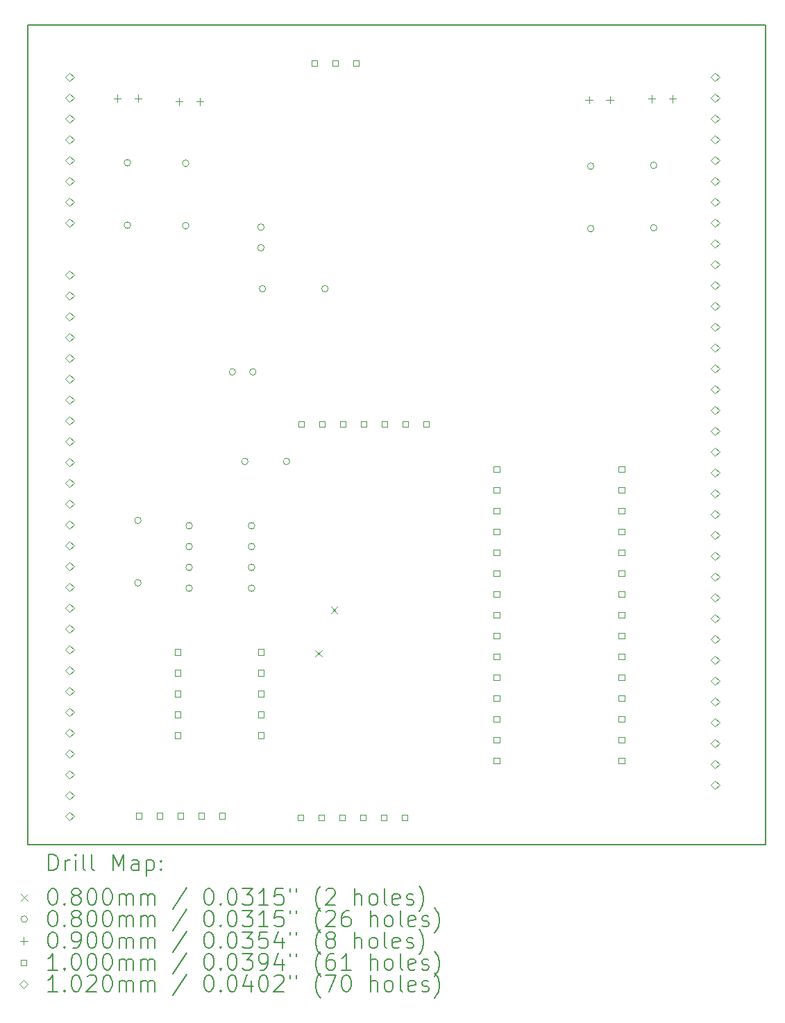
<source format=gbr>
%TF.GenerationSoftware,KiCad,Pcbnew,7.0.11-7.0.11~ubuntu22.04.1*%
%TF.CreationDate,2024-05-31T20:39:50-03:00*%
%TF.ProjectId,Gerador_sinais_AD9833,47657261-646f-4725-9f73-696e6169735f,v04*%
%TF.SameCoordinates,Original*%
%TF.FileFunction,Drillmap*%
%TF.FilePolarity,Positive*%
%FSLAX45Y45*%
G04 Gerber Fmt 4.5, Leading zero omitted, Abs format (unit mm)*
G04 Created by KiCad (PCBNEW 7.0.11-7.0.11~ubuntu22.04.1) date 2024-05-31 20:39:50*
%MOMM*%
%LPD*%
G01*
G04 APERTURE LIST*
%ADD10C,0.150000*%
%ADD11C,0.200000*%
%ADD12C,0.100000*%
%ADD13C,0.102000*%
G04 APERTURE END LIST*
D10*
X19160000Y-5080000D02*
X10160000Y-5080000D01*
X19160000Y-15080000D02*
X19160000Y-5080000D01*
X19159982Y-15079980D02*
X10160000Y-15079980D01*
X10160000Y-5080000D02*
X10160000Y-15079980D01*
D11*
D12*
X13664030Y-12712190D02*
X13744030Y-12792190D01*
X13744030Y-12712190D02*
X13664030Y-12792190D01*
X13854600Y-12182100D02*
X13934600Y-12262100D01*
X13934600Y-12182100D02*
X13854600Y-12262100D01*
X11410800Y-6763000D02*
G75*
G03*
X11330800Y-6763000I-40000J0D01*
G01*
X11330800Y-6763000D02*
G75*
G03*
X11410800Y-6763000I40000J0D01*
G01*
X11410800Y-7525000D02*
G75*
G03*
X11330800Y-7525000I-40000J0D01*
G01*
X11330800Y-7525000D02*
G75*
G03*
X11410800Y-7525000I40000J0D01*
G01*
X11540000Y-11127000D02*
G75*
G03*
X11460000Y-11127000I-40000J0D01*
G01*
X11460000Y-11127000D02*
G75*
G03*
X11540000Y-11127000I40000J0D01*
G01*
X11540000Y-11889000D02*
G75*
G03*
X11460000Y-11889000I-40000J0D01*
G01*
X11460000Y-11889000D02*
G75*
G03*
X11540000Y-11889000I40000J0D01*
G01*
X12122000Y-6771200D02*
G75*
G03*
X12042000Y-6771200I-40000J0D01*
G01*
X12042000Y-6771200D02*
G75*
G03*
X12122000Y-6771200I40000J0D01*
G01*
X12122000Y-7533200D02*
G75*
G03*
X12042000Y-7533200I-40000J0D01*
G01*
X12042000Y-7533200D02*
G75*
G03*
X12122000Y-7533200I40000J0D01*
G01*
X12164000Y-11192200D02*
G75*
G03*
X12084000Y-11192200I-40000J0D01*
G01*
X12084000Y-11192200D02*
G75*
G03*
X12164000Y-11192200I40000J0D01*
G01*
X12164000Y-11446200D02*
G75*
G03*
X12084000Y-11446200I-40000J0D01*
G01*
X12084000Y-11446200D02*
G75*
G03*
X12164000Y-11446200I40000J0D01*
G01*
X12164000Y-11700200D02*
G75*
G03*
X12084000Y-11700200I-40000J0D01*
G01*
X12084000Y-11700200D02*
G75*
G03*
X12164000Y-11700200I40000J0D01*
G01*
X12164000Y-11954200D02*
G75*
G03*
X12084000Y-11954200I-40000J0D01*
G01*
X12084000Y-11954200D02*
G75*
G03*
X12164000Y-11954200I40000J0D01*
G01*
X12691800Y-9315000D02*
G75*
G03*
X12611800Y-9315000I-40000J0D01*
G01*
X12611800Y-9315000D02*
G75*
G03*
X12691800Y-9315000I40000J0D01*
G01*
X12844200Y-10407200D02*
G75*
G03*
X12764200Y-10407200I-40000J0D01*
G01*
X12764200Y-10407200D02*
G75*
G03*
X12844200Y-10407200I40000J0D01*
G01*
X12926000Y-11192200D02*
G75*
G03*
X12846000Y-11192200I-40000J0D01*
G01*
X12846000Y-11192200D02*
G75*
G03*
X12926000Y-11192200I40000J0D01*
G01*
X12926000Y-11446200D02*
G75*
G03*
X12846000Y-11446200I-40000J0D01*
G01*
X12846000Y-11446200D02*
G75*
G03*
X12926000Y-11446200I40000J0D01*
G01*
X12926000Y-11700200D02*
G75*
G03*
X12846000Y-11700200I-40000J0D01*
G01*
X12846000Y-11700200D02*
G75*
G03*
X12926000Y-11700200I40000J0D01*
G01*
X12926000Y-11954200D02*
G75*
G03*
X12846000Y-11954200I-40000J0D01*
G01*
X12846000Y-11954200D02*
G75*
G03*
X12926000Y-11954200I40000J0D01*
G01*
X12941800Y-9315000D02*
G75*
G03*
X12861800Y-9315000I-40000J0D01*
G01*
X12861800Y-9315000D02*
G75*
G03*
X12941800Y-9315000I40000J0D01*
G01*
X13040000Y-7550000D02*
G75*
G03*
X12960000Y-7550000I-40000J0D01*
G01*
X12960000Y-7550000D02*
G75*
G03*
X13040000Y-7550000I40000J0D01*
G01*
X13040000Y-7800000D02*
G75*
G03*
X12960000Y-7800000I-40000J0D01*
G01*
X12960000Y-7800000D02*
G75*
G03*
X13040000Y-7800000I40000J0D01*
G01*
X13059000Y-8300000D02*
G75*
G03*
X12979000Y-8300000I-40000J0D01*
G01*
X12979000Y-8300000D02*
G75*
G03*
X13059000Y-8300000I40000J0D01*
G01*
X13352200Y-10407200D02*
G75*
G03*
X13272200Y-10407200I-40000J0D01*
G01*
X13272200Y-10407200D02*
G75*
G03*
X13352200Y-10407200I40000J0D01*
G01*
X13821000Y-8300000D02*
G75*
G03*
X13741000Y-8300000I-40000J0D01*
G01*
X13741000Y-8300000D02*
G75*
G03*
X13821000Y-8300000I40000J0D01*
G01*
X17063000Y-6806000D02*
G75*
G03*
X16983000Y-6806000I-40000J0D01*
G01*
X16983000Y-6806000D02*
G75*
G03*
X17063000Y-6806000I40000J0D01*
G01*
X17063000Y-7568000D02*
G75*
G03*
X16983000Y-7568000I-40000J0D01*
G01*
X16983000Y-7568000D02*
G75*
G03*
X17063000Y-7568000I40000J0D01*
G01*
X17831000Y-6795000D02*
G75*
G03*
X17751000Y-6795000I-40000J0D01*
G01*
X17751000Y-6795000D02*
G75*
G03*
X17831000Y-6795000I40000J0D01*
G01*
X17831000Y-7557000D02*
G75*
G03*
X17751000Y-7557000I-40000J0D01*
G01*
X17751000Y-7557000D02*
G75*
G03*
X17831000Y-7557000I40000J0D01*
G01*
X11248000Y-5934000D02*
X11248000Y-6024000D01*
X11203000Y-5979000D02*
X11293000Y-5979000D01*
X11502000Y-5934000D02*
X11502000Y-6024000D01*
X11457000Y-5979000D02*
X11547000Y-5979000D01*
X12003000Y-5973000D02*
X12003000Y-6063000D01*
X11958000Y-6018000D02*
X12048000Y-6018000D01*
X12257000Y-5973000D02*
X12257000Y-6063000D01*
X12212000Y-6018000D02*
X12302000Y-6018000D01*
X17003000Y-5952000D02*
X17003000Y-6042000D01*
X16958000Y-5997000D02*
X17048000Y-5997000D01*
X17257000Y-5952000D02*
X17257000Y-6042000D01*
X17212000Y-5997000D02*
X17302000Y-5997000D01*
X17768000Y-5938000D02*
X17768000Y-6028000D01*
X17723000Y-5983000D02*
X17813000Y-5983000D01*
X18022000Y-5938000D02*
X18022000Y-6028000D01*
X17977000Y-5983000D02*
X18067000Y-5983000D01*
X11543356Y-14765356D02*
X11543356Y-14694644D01*
X11472644Y-14694644D01*
X11472644Y-14765356D01*
X11543356Y-14765356D01*
X11797356Y-14765356D02*
X11797356Y-14694644D01*
X11726644Y-14694644D01*
X11726644Y-14765356D01*
X11797356Y-14765356D01*
X12019356Y-12769356D02*
X12019356Y-12698644D01*
X11948644Y-12698644D01*
X11948644Y-12769356D01*
X12019356Y-12769356D01*
X12019356Y-13023356D02*
X12019356Y-12952644D01*
X11948644Y-12952644D01*
X11948644Y-13023356D01*
X12019356Y-13023356D01*
X12019356Y-13277356D02*
X12019356Y-13206644D01*
X11948644Y-13206644D01*
X11948644Y-13277356D01*
X12019356Y-13277356D01*
X12019356Y-13531356D02*
X12019356Y-13460644D01*
X11948644Y-13460644D01*
X11948644Y-13531356D01*
X12019356Y-13531356D01*
X12019356Y-13785356D02*
X12019356Y-13714644D01*
X11948644Y-13714644D01*
X11948644Y-13785356D01*
X12019356Y-13785356D01*
X12051356Y-14765356D02*
X12051356Y-14694644D01*
X11980644Y-14694644D01*
X11980644Y-14765356D01*
X12051356Y-14765356D01*
X12305356Y-14765356D02*
X12305356Y-14694644D01*
X12234644Y-14694644D01*
X12234644Y-14765356D01*
X12305356Y-14765356D01*
X12559356Y-14765356D02*
X12559356Y-14694644D01*
X12488644Y-14694644D01*
X12488644Y-14765356D01*
X12559356Y-14765356D01*
X13035356Y-12769356D02*
X13035356Y-12698644D01*
X12964644Y-12698644D01*
X12964644Y-12769356D01*
X13035356Y-12769356D01*
X13035356Y-13023356D02*
X13035356Y-12952644D01*
X12964644Y-12952644D01*
X12964644Y-13023356D01*
X13035356Y-13023356D01*
X13035356Y-13277356D02*
X13035356Y-13206644D01*
X12964644Y-13206644D01*
X12964644Y-13277356D01*
X13035356Y-13277356D01*
X13035356Y-13531356D02*
X13035356Y-13460644D01*
X12964644Y-13460644D01*
X12964644Y-13531356D01*
X13035356Y-13531356D01*
X13035356Y-13785356D02*
X13035356Y-13714644D01*
X12964644Y-13714644D01*
X12964644Y-13785356D01*
X13035356Y-13785356D01*
X13519356Y-14785356D02*
X13519356Y-14714644D01*
X13448644Y-14714644D01*
X13448644Y-14785356D01*
X13519356Y-14785356D01*
X13525356Y-9985356D02*
X13525356Y-9914644D01*
X13454644Y-9914644D01*
X13454644Y-9985356D01*
X13525356Y-9985356D01*
X13685356Y-5585356D02*
X13685356Y-5514644D01*
X13614644Y-5514644D01*
X13614644Y-5585356D01*
X13685356Y-5585356D01*
X13773356Y-14785356D02*
X13773356Y-14714644D01*
X13702644Y-14714644D01*
X13702644Y-14785356D01*
X13773356Y-14785356D01*
X13779356Y-9985356D02*
X13779356Y-9914644D01*
X13708644Y-9914644D01*
X13708644Y-9985356D01*
X13779356Y-9985356D01*
X13939356Y-5585356D02*
X13939356Y-5514644D01*
X13868644Y-5514644D01*
X13868644Y-5585356D01*
X13939356Y-5585356D01*
X14027356Y-14785356D02*
X14027356Y-14714644D01*
X13956644Y-14714644D01*
X13956644Y-14785356D01*
X14027356Y-14785356D01*
X14033356Y-9985356D02*
X14033356Y-9914644D01*
X13962644Y-9914644D01*
X13962644Y-9985356D01*
X14033356Y-9985356D01*
X14193356Y-5585356D02*
X14193356Y-5514644D01*
X14122644Y-5514644D01*
X14122644Y-5585356D01*
X14193356Y-5585356D01*
X14281356Y-14785356D02*
X14281356Y-14714644D01*
X14210644Y-14714644D01*
X14210644Y-14785356D01*
X14281356Y-14785356D01*
X14287356Y-9985356D02*
X14287356Y-9914644D01*
X14216644Y-9914644D01*
X14216644Y-9985356D01*
X14287356Y-9985356D01*
X14535356Y-14785356D02*
X14535356Y-14714644D01*
X14464644Y-14714644D01*
X14464644Y-14785356D01*
X14535356Y-14785356D01*
X14541356Y-9985356D02*
X14541356Y-9914644D01*
X14470644Y-9914644D01*
X14470644Y-9985356D01*
X14541356Y-9985356D01*
X14789356Y-14785356D02*
X14789356Y-14714644D01*
X14718644Y-14714644D01*
X14718644Y-14785356D01*
X14789356Y-14785356D01*
X14795356Y-9985356D02*
X14795356Y-9914644D01*
X14724644Y-9914644D01*
X14724644Y-9985356D01*
X14795356Y-9985356D01*
X15049356Y-9985356D02*
X15049356Y-9914644D01*
X14978644Y-9914644D01*
X14978644Y-9985356D01*
X15049356Y-9985356D01*
X15911356Y-10535356D02*
X15911356Y-10464644D01*
X15840644Y-10464644D01*
X15840644Y-10535356D01*
X15911356Y-10535356D01*
X15911356Y-10789356D02*
X15911356Y-10718644D01*
X15840644Y-10718644D01*
X15840644Y-10789356D01*
X15911356Y-10789356D01*
X15911356Y-11043356D02*
X15911356Y-10972644D01*
X15840644Y-10972644D01*
X15840644Y-11043356D01*
X15911356Y-11043356D01*
X15911356Y-11297356D02*
X15911356Y-11226644D01*
X15840644Y-11226644D01*
X15840644Y-11297356D01*
X15911356Y-11297356D01*
X15911356Y-11551356D02*
X15911356Y-11480644D01*
X15840644Y-11480644D01*
X15840644Y-11551356D01*
X15911356Y-11551356D01*
X15911356Y-11805356D02*
X15911356Y-11734644D01*
X15840644Y-11734644D01*
X15840644Y-11805356D01*
X15911356Y-11805356D01*
X15911356Y-12059356D02*
X15911356Y-11988644D01*
X15840644Y-11988644D01*
X15840644Y-12059356D01*
X15911356Y-12059356D01*
X15911356Y-12313356D02*
X15911356Y-12242644D01*
X15840644Y-12242644D01*
X15840644Y-12313356D01*
X15911356Y-12313356D01*
X15911356Y-12567356D02*
X15911356Y-12496644D01*
X15840644Y-12496644D01*
X15840644Y-12567356D01*
X15911356Y-12567356D01*
X15911356Y-12821356D02*
X15911356Y-12750644D01*
X15840644Y-12750644D01*
X15840644Y-12821356D01*
X15911356Y-12821356D01*
X15911356Y-13075356D02*
X15911356Y-13004644D01*
X15840644Y-13004644D01*
X15840644Y-13075356D01*
X15911356Y-13075356D01*
X15911356Y-13329356D02*
X15911356Y-13258644D01*
X15840644Y-13258644D01*
X15840644Y-13329356D01*
X15911356Y-13329356D01*
X15911356Y-13583356D02*
X15911356Y-13512644D01*
X15840644Y-13512644D01*
X15840644Y-13583356D01*
X15911356Y-13583356D01*
X15911356Y-13837356D02*
X15911356Y-13766644D01*
X15840644Y-13766644D01*
X15840644Y-13837356D01*
X15911356Y-13837356D01*
X15911356Y-14091356D02*
X15911356Y-14020644D01*
X15840644Y-14020644D01*
X15840644Y-14091356D01*
X15911356Y-14091356D01*
X17435356Y-10535356D02*
X17435356Y-10464644D01*
X17364644Y-10464644D01*
X17364644Y-10535356D01*
X17435356Y-10535356D01*
X17435356Y-10789356D02*
X17435356Y-10718644D01*
X17364644Y-10718644D01*
X17364644Y-10789356D01*
X17435356Y-10789356D01*
X17435356Y-11043356D02*
X17435356Y-10972644D01*
X17364644Y-10972644D01*
X17364644Y-11043356D01*
X17435356Y-11043356D01*
X17435356Y-11297356D02*
X17435356Y-11226644D01*
X17364644Y-11226644D01*
X17364644Y-11297356D01*
X17435356Y-11297356D01*
X17435356Y-11551356D02*
X17435356Y-11480644D01*
X17364644Y-11480644D01*
X17364644Y-11551356D01*
X17435356Y-11551356D01*
X17435356Y-11805356D02*
X17435356Y-11734644D01*
X17364644Y-11734644D01*
X17364644Y-11805356D01*
X17435356Y-11805356D01*
X17435356Y-12059356D02*
X17435356Y-11988644D01*
X17364644Y-11988644D01*
X17364644Y-12059356D01*
X17435356Y-12059356D01*
X17435356Y-12313356D02*
X17435356Y-12242644D01*
X17364644Y-12242644D01*
X17364644Y-12313356D01*
X17435356Y-12313356D01*
X17435356Y-12567356D02*
X17435356Y-12496644D01*
X17364644Y-12496644D01*
X17364644Y-12567356D01*
X17435356Y-12567356D01*
X17435356Y-12821356D02*
X17435356Y-12750644D01*
X17364644Y-12750644D01*
X17364644Y-12821356D01*
X17435356Y-12821356D01*
X17435356Y-13075356D02*
X17435356Y-13004644D01*
X17364644Y-13004644D01*
X17364644Y-13075356D01*
X17435356Y-13075356D01*
X17435356Y-13329356D02*
X17435356Y-13258644D01*
X17364644Y-13258644D01*
X17364644Y-13329356D01*
X17435356Y-13329356D01*
X17435356Y-13583356D02*
X17435356Y-13512644D01*
X17364644Y-13512644D01*
X17364644Y-13583356D01*
X17435356Y-13583356D01*
X17435356Y-13837356D02*
X17435356Y-13766644D01*
X17364644Y-13766644D01*
X17364644Y-13837356D01*
X17435356Y-13837356D01*
X17435356Y-14091356D02*
X17435356Y-14020644D01*
X17364644Y-14020644D01*
X17364644Y-14091356D01*
X17435356Y-14091356D01*
D13*
X10668000Y-5766000D02*
X10719000Y-5715000D01*
X10668000Y-5664000D01*
X10617000Y-5715000D01*
X10668000Y-5766000D01*
X10668000Y-6020000D02*
X10719000Y-5969000D01*
X10668000Y-5918000D01*
X10617000Y-5969000D01*
X10668000Y-6020000D01*
X10668000Y-6274000D02*
X10719000Y-6223000D01*
X10668000Y-6172000D01*
X10617000Y-6223000D01*
X10668000Y-6274000D01*
X10668000Y-6528000D02*
X10719000Y-6477000D01*
X10668000Y-6426000D01*
X10617000Y-6477000D01*
X10668000Y-6528000D01*
X10668000Y-6782000D02*
X10719000Y-6731000D01*
X10668000Y-6680000D01*
X10617000Y-6731000D01*
X10668000Y-6782000D01*
X10668000Y-7036000D02*
X10719000Y-6985000D01*
X10668000Y-6934000D01*
X10617000Y-6985000D01*
X10668000Y-7036000D01*
X10668000Y-7290000D02*
X10719000Y-7239000D01*
X10668000Y-7188000D01*
X10617000Y-7239000D01*
X10668000Y-7290000D01*
X10668000Y-7544000D02*
X10719000Y-7493000D01*
X10668000Y-7442000D01*
X10617000Y-7493000D01*
X10668000Y-7544000D01*
X10668000Y-8179000D02*
X10719000Y-8128000D01*
X10668000Y-8077000D01*
X10617000Y-8128000D01*
X10668000Y-8179000D01*
X10668000Y-8433000D02*
X10719000Y-8382000D01*
X10668000Y-8331000D01*
X10617000Y-8382000D01*
X10668000Y-8433000D01*
X10668000Y-8687000D02*
X10719000Y-8636000D01*
X10668000Y-8585000D01*
X10617000Y-8636000D01*
X10668000Y-8687000D01*
X10668000Y-8941000D02*
X10719000Y-8890000D01*
X10668000Y-8839000D01*
X10617000Y-8890000D01*
X10668000Y-8941000D01*
X10668000Y-9195000D02*
X10719000Y-9144000D01*
X10668000Y-9093000D01*
X10617000Y-9144000D01*
X10668000Y-9195000D01*
X10668000Y-9449000D02*
X10719000Y-9398000D01*
X10668000Y-9347000D01*
X10617000Y-9398000D01*
X10668000Y-9449000D01*
X10668000Y-9703000D02*
X10719000Y-9652000D01*
X10668000Y-9601000D01*
X10617000Y-9652000D01*
X10668000Y-9703000D01*
X10668000Y-9957000D02*
X10719000Y-9906000D01*
X10668000Y-9855000D01*
X10617000Y-9906000D01*
X10668000Y-9957000D01*
X10668000Y-10211000D02*
X10719000Y-10160000D01*
X10668000Y-10109000D01*
X10617000Y-10160000D01*
X10668000Y-10211000D01*
X10668000Y-10465000D02*
X10719000Y-10414000D01*
X10668000Y-10363000D01*
X10617000Y-10414000D01*
X10668000Y-10465000D01*
X10668000Y-10719000D02*
X10719000Y-10668000D01*
X10668000Y-10617000D01*
X10617000Y-10668000D01*
X10668000Y-10719000D01*
X10668000Y-10973000D02*
X10719000Y-10922000D01*
X10668000Y-10871000D01*
X10617000Y-10922000D01*
X10668000Y-10973000D01*
X10668000Y-11227000D02*
X10719000Y-11176000D01*
X10668000Y-11125000D01*
X10617000Y-11176000D01*
X10668000Y-11227000D01*
X10668000Y-11481000D02*
X10719000Y-11430000D01*
X10668000Y-11379000D01*
X10617000Y-11430000D01*
X10668000Y-11481000D01*
X10668000Y-11735000D02*
X10719000Y-11684000D01*
X10668000Y-11633000D01*
X10617000Y-11684000D01*
X10668000Y-11735000D01*
X10668000Y-11989000D02*
X10719000Y-11938000D01*
X10668000Y-11887000D01*
X10617000Y-11938000D01*
X10668000Y-11989000D01*
X10668000Y-12243000D02*
X10719000Y-12192000D01*
X10668000Y-12141000D01*
X10617000Y-12192000D01*
X10668000Y-12243000D01*
X10668000Y-12497000D02*
X10719000Y-12446000D01*
X10668000Y-12395000D01*
X10617000Y-12446000D01*
X10668000Y-12497000D01*
X10668000Y-12751000D02*
X10719000Y-12700000D01*
X10668000Y-12649000D01*
X10617000Y-12700000D01*
X10668000Y-12751000D01*
X10668000Y-13005000D02*
X10719000Y-12954000D01*
X10668000Y-12903000D01*
X10617000Y-12954000D01*
X10668000Y-13005000D01*
X10668000Y-13259000D02*
X10719000Y-13208000D01*
X10668000Y-13157000D01*
X10617000Y-13208000D01*
X10668000Y-13259000D01*
X10668000Y-13513000D02*
X10719000Y-13462000D01*
X10668000Y-13411000D01*
X10617000Y-13462000D01*
X10668000Y-13513000D01*
X10668000Y-13767000D02*
X10719000Y-13716000D01*
X10668000Y-13665000D01*
X10617000Y-13716000D01*
X10668000Y-13767000D01*
X10668000Y-14021000D02*
X10719000Y-13970000D01*
X10668000Y-13919000D01*
X10617000Y-13970000D01*
X10668000Y-14021000D01*
X10668000Y-14275000D02*
X10719000Y-14224000D01*
X10668000Y-14173000D01*
X10617000Y-14224000D01*
X10668000Y-14275000D01*
X10668000Y-14529000D02*
X10719000Y-14478000D01*
X10668000Y-14427000D01*
X10617000Y-14478000D01*
X10668000Y-14529000D01*
X10668000Y-14783000D02*
X10719000Y-14732000D01*
X10668000Y-14681000D01*
X10617000Y-14732000D01*
X10668000Y-14783000D01*
X18542000Y-5766000D02*
X18593000Y-5715000D01*
X18542000Y-5664000D01*
X18491000Y-5715000D01*
X18542000Y-5766000D01*
X18542000Y-6020000D02*
X18593000Y-5969000D01*
X18542000Y-5918000D01*
X18491000Y-5969000D01*
X18542000Y-6020000D01*
X18542000Y-6274000D02*
X18593000Y-6223000D01*
X18542000Y-6172000D01*
X18491000Y-6223000D01*
X18542000Y-6274000D01*
X18542000Y-6528000D02*
X18593000Y-6477000D01*
X18542000Y-6426000D01*
X18491000Y-6477000D01*
X18542000Y-6528000D01*
X18542000Y-6782000D02*
X18593000Y-6731000D01*
X18542000Y-6680000D01*
X18491000Y-6731000D01*
X18542000Y-6782000D01*
X18542000Y-7036000D02*
X18593000Y-6985000D01*
X18542000Y-6934000D01*
X18491000Y-6985000D01*
X18542000Y-7036000D01*
X18542000Y-7290000D02*
X18593000Y-7239000D01*
X18542000Y-7188000D01*
X18491000Y-7239000D01*
X18542000Y-7290000D01*
X18542000Y-7544000D02*
X18593000Y-7493000D01*
X18542000Y-7442000D01*
X18491000Y-7493000D01*
X18542000Y-7544000D01*
X18542000Y-7798000D02*
X18593000Y-7747000D01*
X18542000Y-7696000D01*
X18491000Y-7747000D01*
X18542000Y-7798000D01*
X18542000Y-8052000D02*
X18593000Y-8001000D01*
X18542000Y-7950000D01*
X18491000Y-8001000D01*
X18542000Y-8052000D01*
X18542000Y-8306000D02*
X18593000Y-8255000D01*
X18542000Y-8204000D01*
X18491000Y-8255000D01*
X18542000Y-8306000D01*
X18542000Y-8560000D02*
X18593000Y-8509000D01*
X18542000Y-8458000D01*
X18491000Y-8509000D01*
X18542000Y-8560000D01*
X18542000Y-8814000D02*
X18593000Y-8763000D01*
X18542000Y-8712000D01*
X18491000Y-8763000D01*
X18542000Y-8814000D01*
X18542000Y-9068000D02*
X18593000Y-9017000D01*
X18542000Y-8966000D01*
X18491000Y-9017000D01*
X18542000Y-9068000D01*
X18542000Y-9322000D02*
X18593000Y-9271000D01*
X18542000Y-9220000D01*
X18491000Y-9271000D01*
X18542000Y-9322000D01*
X18542000Y-9576000D02*
X18593000Y-9525000D01*
X18542000Y-9474000D01*
X18491000Y-9525000D01*
X18542000Y-9576000D01*
X18542000Y-9830000D02*
X18593000Y-9779000D01*
X18542000Y-9728000D01*
X18491000Y-9779000D01*
X18542000Y-9830000D01*
X18542000Y-10084000D02*
X18593000Y-10033000D01*
X18542000Y-9982000D01*
X18491000Y-10033000D01*
X18542000Y-10084000D01*
X18542000Y-10338000D02*
X18593000Y-10287000D01*
X18542000Y-10236000D01*
X18491000Y-10287000D01*
X18542000Y-10338000D01*
X18542000Y-10592000D02*
X18593000Y-10541000D01*
X18542000Y-10490000D01*
X18491000Y-10541000D01*
X18542000Y-10592000D01*
X18542000Y-10846000D02*
X18593000Y-10795000D01*
X18542000Y-10744000D01*
X18491000Y-10795000D01*
X18542000Y-10846000D01*
X18542000Y-11100000D02*
X18593000Y-11049000D01*
X18542000Y-10998000D01*
X18491000Y-11049000D01*
X18542000Y-11100000D01*
X18542000Y-11354000D02*
X18593000Y-11303000D01*
X18542000Y-11252000D01*
X18491000Y-11303000D01*
X18542000Y-11354000D01*
X18542000Y-11608000D02*
X18593000Y-11557000D01*
X18542000Y-11506000D01*
X18491000Y-11557000D01*
X18542000Y-11608000D01*
X18542000Y-11862000D02*
X18593000Y-11811000D01*
X18542000Y-11760000D01*
X18491000Y-11811000D01*
X18542000Y-11862000D01*
X18542000Y-12116000D02*
X18593000Y-12065000D01*
X18542000Y-12014000D01*
X18491000Y-12065000D01*
X18542000Y-12116000D01*
X18542000Y-12370000D02*
X18593000Y-12319000D01*
X18542000Y-12268000D01*
X18491000Y-12319000D01*
X18542000Y-12370000D01*
X18542000Y-12624000D02*
X18593000Y-12573000D01*
X18542000Y-12522000D01*
X18491000Y-12573000D01*
X18542000Y-12624000D01*
X18542000Y-12878000D02*
X18593000Y-12827000D01*
X18542000Y-12776000D01*
X18491000Y-12827000D01*
X18542000Y-12878000D01*
X18542000Y-13132000D02*
X18593000Y-13081000D01*
X18542000Y-13030000D01*
X18491000Y-13081000D01*
X18542000Y-13132000D01*
X18542000Y-13386000D02*
X18593000Y-13335000D01*
X18542000Y-13284000D01*
X18491000Y-13335000D01*
X18542000Y-13386000D01*
X18542000Y-13640000D02*
X18593000Y-13589000D01*
X18542000Y-13538000D01*
X18491000Y-13589000D01*
X18542000Y-13640000D01*
X18542000Y-13894000D02*
X18593000Y-13843000D01*
X18542000Y-13792000D01*
X18491000Y-13843000D01*
X18542000Y-13894000D01*
X18542000Y-14148000D02*
X18593000Y-14097000D01*
X18542000Y-14046000D01*
X18491000Y-14097000D01*
X18542000Y-14148000D01*
X18542000Y-14402000D02*
X18593000Y-14351000D01*
X18542000Y-14300000D01*
X18491000Y-14351000D01*
X18542000Y-14402000D01*
D11*
X10413277Y-15398984D02*
X10413277Y-15198984D01*
X10413277Y-15198984D02*
X10460896Y-15198984D01*
X10460896Y-15198984D02*
X10489467Y-15208508D01*
X10489467Y-15208508D02*
X10508515Y-15227555D01*
X10508515Y-15227555D02*
X10518039Y-15246603D01*
X10518039Y-15246603D02*
X10527563Y-15284698D01*
X10527563Y-15284698D02*
X10527563Y-15313269D01*
X10527563Y-15313269D02*
X10518039Y-15351365D01*
X10518039Y-15351365D02*
X10508515Y-15370412D01*
X10508515Y-15370412D02*
X10489467Y-15389460D01*
X10489467Y-15389460D02*
X10460896Y-15398984D01*
X10460896Y-15398984D02*
X10413277Y-15398984D01*
X10613277Y-15398984D02*
X10613277Y-15265650D01*
X10613277Y-15303746D02*
X10622801Y-15284698D01*
X10622801Y-15284698D02*
X10632324Y-15275174D01*
X10632324Y-15275174D02*
X10651372Y-15265650D01*
X10651372Y-15265650D02*
X10670420Y-15265650D01*
X10737086Y-15398984D02*
X10737086Y-15265650D01*
X10737086Y-15198984D02*
X10727563Y-15208508D01*
X10727563Y-15208508D02*
X10737086Y-15218031D01*
X10737086Y-15218031D02*
X10746610Y-15208508D01*
X10746610Y-15208508D02*
X10737086Y-15198984D01*
X10737086Y-15198984D02*
X10737086Y-15218031D01*
X10860896Y-15398984D02*
X10841848Y-15389460D01*
X10841848Y-15389460D02*
X10832324Y-15370412D01*
X10832324Y-15370412D02*
X10832324Y-15198984D01*
X10965658Y-15398984D02*
X10946610Y-15389460D01*
X10946610Y-15389460D02*
X10937086Y-15370412D01*
X10937086Y-15370412D02*
X10937086Y-15198984D01*
X11194229Y-15398984D02*
X11194229Y-15198984D01*
X11194229Y-15198984D02*
X11260896Y-15341841D01*
X11260896Y-15341841D02*
X11327562Y-15198984D01*
X11327562Y-15198984D02*
X11327562Y-15398984D01*
X11508515Y-15398984D02*
X11508515Y-15294222D01*
X11508515Y-15294222D02*
X11498991Y-15275174D01*
X11498991Y-15275174D02*
X11479943Y-15265650D01*
X11479943Y-15265650D02*
X11441848Y-15265650D01*
X11441848Y-15265650D02*
X11422801Y-15275174D01*
X11508515Y-15389460D02*
X11489467Y-15398984D01*
X11489467Y-15398984D02*
X11441848Y-15398984D01*
X11441848Y-15398984D02*
X11422801Y-15389460D01*
X11422801Y-15389460D02*
X11413277Y-15370412D01*
X11413277Y-15370412D02*
X11413277Y-15351365D01*
X11413277Y-15351365D02*
X11422801Y-15332317D01*
X11422801Y-15332317D02*
X11441848Y-15322793D01*
X11441848Y-15322793D02*
X11489467Y-15322793D01*
X11489467Y-15322793D02*
X11508515Y-15313269D01*
X11603753Y-15265650D02*
X11603753Y-15465650D01*
X11603753Y-15275174D02*
X11622801Y-15265650D01*
X11622801Y-15265650D02*
X11660896Y-15265650D01*
X11660896Y-15265650D02*
X11679943Y-15275174D01*
X11679943Y-15275174D02*
X11689467Y-15284698D01*
X11689467Y-15284698D02*
X11698991Y-15303746D01*
X11698991Y-15303746D02*
X11698991Y-15360888D01*
X11698991Y-15360888D02*
X11689467Y-15379936D01*
X11689467Y-15379936D02*
X11679943Y-15389460D01*
X11679943Y-15389460D02*
X11660896Y-15398984D01*
X11660896Y-15398984D02*
X11622801Y-15398984D01*
X11622801Y-15398984D02*
X11603753Y-15389460D01*
X11784705Y-15379936D02*
X11794229Y-15389460D01*
X11794229Y-15389460D02*
X11784705Y-15398984D01*
X11784705Y-15398984D02*
X11775182Y-15389460D01*
X11775182Y-15389460D02*
X11784705Y-15379936D01*
X11784705Y-15379936D02*
X11784705Y-15398984D01*
X11784705Y-15275174D02*
X11794229Y-15284698D01*
X11794229Y-15284698D02*
X11784705Y-15294222D01*
X11784705Y-15294222D02*
X11775182Y-15284698D01*
X11775182Y-15284698D02*
X11784705Y-15275174D01*
X11784705Y-15275174D02*
X11784705Y-15294222D01*
D12*
X10072500Y-15687500D02*
X10152500Y-15767500D01*
X10152500Y-15687500D02*
X10072500Y-15767500D01*
D11*
X10451372Y-15618984D02*
X10470420Y-15618984D01*
X10470420Y-15618984D02*
X10489467Y-15628508D01*
X10489467Y-15628508D02*
X10498991Y-15638031D01*
X10498991Y-15638031D02*
X10508515Y-15657079D01*
X10508515Y-15657079D02*
X10518039Y-15695174D01*
X10518039Y-15695174D02*
X10518039Y-15742793D01*
X10518039Y-15742793D02*
X10508515Y-15780888D01*
X10508515Y-15780888D02*
X10498991Y-15799936D01*
X10498991Y-15799936D02*
X10489467Y-15809460D01*
X10489467Y-15809460D02*
X10470420Y-15818984D01*
X10470420Y-15818984D02*
X10451372Y-15818984D01*
X10451372Y-15818984D02*
X10432324Y-15809460D01*
X10432324Y-15809460D02*
X10422801Y-15799936D01*
X10422801Y-15799936D02*
X10413277Y-15780888D01*
X10413277Y-15780888D02*
X10403753Y-15742793D01*
X10403753Y-15742793D02*
X10403753Y-15695174D01*
X10403753Y-15695174D02*
X10413277Y-15657079D01*
X10413277Y-15657079D02*
X10422801Y-15638031D01*
X10422801Y-15638031D02*
X10432324Y-15628508D01*
X10432324Y-15628508D02*
X10451372Y-15618984D01*
X10603753Y-15799936D02*
X10613277Y-15809460D01*
X10613277Y-15809460D02*
X10603753Y-15818984D01*
X10603753Y-15818984D02*
X10594229Y-15809460D01*
X10594229Y-15809460D02*
X10603753Y-15799936D01*
X10603753Y-15799936D02*
X10603753Y-15818984D01*
X10727563Y-15704698D02*
X10708515Y-15695174D01*
X10708515Y-15695174D02*
X10698991Y-15685650D01*
X10698991Y-15685650D02*
X10689467Y-15666603D01*
X10689467Y-15666603D02*
X10689467Y-15657079D01*
X10689467Y-15657079D02*
X10698991Y-15638031D01*
X10698991Y-15638031D02*
X10708515Y-15628508D01*
X10708515Y-15628508D02*
X10727563Y-15618984D01*
X10727563Y-15618984D02*
X10765658Y-15618984D01*
X10765658Y-15618984D02*
X10784705Y-15628508D01*
X10784705Y-15628508D02*
X10794229Y-15638031D01*
X10794229Y-15638031D02*
X10803753Y-15657079D01*
X10803753Y-15657079D02*
X10803753Y-15666603D01*
X10803753Y-15666603D02*
X10794229Y-15685650D01*
X10794229Y-15685650D02*
X10784705Y-15695174D01*
X10784705Y-15695174D02*
X10765658Y-15704698D01*
X10765658Y-15704698D02*
X10727563Y-15704698D01*
X10727563Y-15704698D02*
X10708515Y-15714222D01*
X10708515Y-15714222D02*
X10698991Y-15723746D01*
X10698991Y-15723746D02*
X10689467Y-15742793D01*
X10689467Y-15742793D02*
X10689467Y-15780888D01*
X10689467Y-15780888D02*
X10698991Y-15799936D01*
X10698991Y-15799936D02*
X10708515Y-15809460D01*
X10708515Y-15809460D02*
X10727563Y-15818984D01*
X10727563Y-15818984D02*
X10765658Y-15818984D01*
X10765658Y-15818984D02*
X10784705Y-15809460D01*
X10784705Y-15809460D02*
X10794229Y-15799936D01*
X10794229Y-15799936D02*
X10803753Y-15780888D01*
X10803753Y-15780888D02*
X10803753Y-15742793D01*
X10803753Y-15742793D02*
X10794229Y-15723746D01*
X10794229Y-15723746D02*
X10784705Y-15714222D01*
X10784705Y-15714222D02*
X10765658Y-15704698D01*
X10927563Y-15618984D02*
X10946610Y-15618984D01*
X10946610Y-15618984D02*
X10965658Y-15628508D01*
X10965658Y-15628508D02*
X10975182Y-15638031D01*
X10975182Y-15638031D02*
X10984705Y-15657079D01*
X10984705Y-15657079D02*
X10994229Y-15695174D01*
X10994229Y-15695174D02*
X10994229Y-15742793D01*
X10994229Y-15742793D02*
X10984705Y-15780888D01*
X10984705Y-15780888D02*
X10975182Y-15799936D01*
X10975182Y-15799936D02*
X10965658Y-15809460D01*
X10965658Y-15809460D02*
X10946610Y-15818984D01*
X10946610Y-15818984D02*
X10927563Y-15818984D01*
X10927563Y-15818984D02*
X10908515Y-15809460D01*
X10908515Y-15809460D02*
X10898991Y-15799936D01*
X10898991Y-15799936D02*
X10889467Y-15780888D01*
X10889467Y-15780888D02*
X10879944Y-15742793D01*
X10879944Y-15742793D02*
X10879944Y-15695174D01*
X10879944Y-15695174D02*
X10889467Y-15657079D01*
X10889467Y-15657079D02*
X10898991Y-15638031D01*
X10898991Y-15638031D02*
X10908515Y-15628508D01*
X10908515Y-15628508D02*
X10927563Y-15618984D01*
X11118039Y-15618984D02*
X11137086Y-15618984D01*
X11137086Y-15618984D02*
X11156134Y-15628508D01*
X11156134Y-15628508D02*
X11165658Y-15638031D01*
X11165658Y-15638031D02*
X11175182Y-15657079D01*
X11175182Y-15657079D02*
X11184705Y-15695174D01*
X11184705Y-15695174D02*
X11184705Y-15742793D01*
X11184705Y-15742793D02*
X11175182Y-15780888D01*
X11175182Y-15780888D02*
X11165658Y-15799936D01*
X11165658Y-15799936D02*
X11156134Y-15809460D01*
X11156134Y-15809460D02*
X11137086Y-15818984D01*
X11137086Y-15818984D02*
X11118039Y-15818984D01*
X11118039Y-15818984D02*
X11098991Y-15809460D01*
X11098991Y-15809460D02*
X11089467Y-15799936D01*
X11089467Y-15799936D02*
X11079944Y-15780888D01*
X11079944Y-15780888D02*
X11070420Y-15742793D01*
X11070420Y-15742793D02*
X11070420Y-15695174D01*
X11070420Y-15695174D02*
X11079944Y-15657079D01*
X11079944Y-15657079D02*
X11089467Y-15638031D01*
X11089467Y-15638031D02*
X11098991Y-15628508D01*
X11098991Y-15628508D02*
X11118039Y-15618984D01*
X11270420Y-15818984D02*
X11270420Y-15685650D01*
X11270420Y-15704698D02*
X11279943Y-15695174D01*
X11279943Y-15695174D02*
X11298991Y-15685650D01*
X11298991Y-15685650D02*
X11327563Y-15685650D01*
X11327563Y-15685650D02*
X11346610Y-15695174D01*
X11346610Y-15695174D02*
X11356134Y-15714222D01*
X11356134Y-15714222D02*
X11356134Y-15818984D01*
X11356134Y-15714222D02*
X11365658Y-15695174D01*
X11365658Y-15695174D02*
X11384705Y-15685650D01*
X11384705Y-15685650D02*
X11413277Y-15685650D01*
X11413277Y-15685650D02*
X11432324Y-15695174D01*
X11432324Y-15695174D02*
X11441848Y-15714222D01*
X11441848Y-15714222D02*
X11441848Y-15818984D01*
X11537086Y-15818984D02*
X11537086Y-15685650D01*
X11537086Y-15704698D02*
X11546610Y-15695174D01*
X11546610Y-15695174D02*
X11565658Y-15685650D01*
X11565658Y-15685650D02*
X11594229Y-15685650D01*
X11594229Y-15685650D02*
X11613277Y-15695174D01*
X11613277Y-15695174D02*
X11622801Y-15714222D01*
X11622801Y-15714222D02*
X11622801Y-15818984D01*
X11622801Y-15714222D02*
X11632324Y-15695174D01*
X11632324Y-15695174D02*
X11651372Y-15685650D01*
X11651372Y-15685650D02*
X11679943Y-15685650D01*
X11679943Y-15685650D02*
X11698991Y-15695174D01*
X11698991Y-15695174D02*
X11708515Y-15714222D01*
X11708515Y-15714222D02*
X11708515Y-15818984D01*
X12098991Y-15609460D02*
X11927563Y-15866603D01*
X12356134Y-15618984D02*
X12375182Y-15618984D01*
X12375182Y-15618984D02*
X12394229Y-15628508D01*
X12394229Y-15628508D02*
X12403753Y-15638031D01*
X12403753Y-15638031D02*
X12413277Y-15657079D01*
X12413277Y-15657079D02*
X12422801Y-15695174D01*
X12422801Y-15695174D02*
X12422801Y-15742793D01*
X12422801Y-15742793D02*
X12413277Y-15780888D01*
X12413277Y-15780888D02*
X12403753Y-15799936D01*
X12403753Y-15799936D02*
X12394229Y-15809460D01*
X12394229Y-15809460D02*
X12375182Y-15818984D01*
X12375182Y-15818984D02*
X12356134Y-15818984D01*
X12356134Y-15818984D02*
X12337086Y-15809460D01*
X12337086Y-15809460D02*
X12327563Y-15799936D01*
X12327563Y-15799936D02*
X12318039Y-15780888D01*
X12318039Y-15780888D02*
X12308515Y-15742793D01*
X12308515Y-15742793D02*
X12308515Y-15695174D01*
X12308515Y-15695174D02*
X12318039Y-15657079D01*
X12318039Y-15657079D02*
X12327563Y-15638031D01*
X12327563Y-15638031D02*
X12337086Y-15628508D01*
X12337086Y-15628508D02*
X12356134Y-15618984D01*
X12508515Y-15799936D02*
X12518039Y-15809460D01*
X12518039Y-15809460D02*
X12508515Y-15818984D01*
X12508515Y-15818984D02*
X12498991Y-15809460D01*
X12498991Y-15809460D02*
X12508515Y-15799936D01*
X12508515Y-15799936D02*
X12508515Y-15818984D01*
X12641848Y-15618984D02*
X12660896Y-15618984D01*
X12660896Y-15618984D02*
X12679944Y-15628508D01*
X12679944Y-15628508D02*
X12689467Y-15638031D01*
X12689467Y-15638031D02*
X12698991Y-15657079D01*
X12698991Y-15657079D02*
X12708515Y-15695174D01*
X12708515Y-15695174D02*
X12708515Y-15742793D01*
X12708515Y-15742793D02*
X12698991Y-15780888D01*
X12698991Y-15780888D02*
X12689467Y-15799936D01*
X12689467Y-15799936D02*
X12679944Y-15809460D01*
X12679944Y-15809460D02*
X12660896Y-15818984D01*
X12660896Y-15818984D02*
X12641848Y-15818984D01*
X12641848Y-15818984D02*
X12622801Y-15809460D01*
X12622801Y-15809460D02*
X12613277Y-15799936D01*
X12613277Y-15799936D02*
X12603753Y-15780888D01*
X12603753Y-15780888D02*
X12594229Y-15742793D01*
X12594229Y-15742793D02*
X12594229Y-15695174D01*
X12594229Y-15695174D02*
X12603753Y-15657079D01*
X12603753Y-15657079D02*
X12613277Y-15638031D01*
X12613277Y-15638031D02*
X12622801Y-15628508D01*
X12622801Y-15628508D02*
X12641848Y-15618984D01*
X12775182Y-15618984D02*
X12898991Y-15618984D01*
X12898991Y-15618984D02*
X12832325Y-15695174D01*
X12832325Y-15695174D02*
X12860896Y-15695174D01*
X12860896Y-15695174D02*
X12879944Y-15704698D01*
X12879944Y-15704698D02*
X12889467Y-15714222D01*
X12889467Y-15714222D02*
X12898991Y-15733269D01*
X12898991Y-15733269D02*
X12898991Y-15780888D01*
X12898991Y-15780888D02*
X12889467Y-15799936D01*
X12889467Y-15799936D02*
X12879944Y-15809460D01*
X12879944Y-15809460D02*
X12860896Y-15818984D01*
X12860896Y-15818984D02*
X12803753Y-15818984D01*
X12803753Y-15818984D02*
X12784706Y-15809460D01*
X12784706Y-15809460D02*
X12775182Y-15799936D01*
X13089467Y-15818984D02*
X12975182Y-15818984D01*
X13032325Y-15818984D02*
X13032325Y-15618984D01*
X13032325Y-15618984D02*
X13013277Y-15647555D01*
X13013277Y-15647555D02*
X12994229Y-15666603D01*
X12994229Y-15666603D02*
X12975182Y-15676127D01*
X13270420Y-15618984D02*
X13175182Y-15618984D01*
X13175182Y-15618984D02*
X13165658Y-15714222D01*
X13165658Y-15714222D02*
X13175182Y-15704698D01*
X13175182Y-15704698D02*
X13194229Y-15695174D01*
X13194229Y-15695174D02*
X13241848Y-15695174D01*
X13241848Y-15695174D02*
X13260896Y-15704698D01*
X13260896Y-15704698D02*
X13270420Y-15714222D01*
X13270420Y-15714222D02*
X13279944Y-15733269D01*
X13279944Y-15733269D02*
X13279944Y-15780888D01*
X13279944Y-15780888D02*
X13270420Y-15799936D01*
X13270420Y-15799936D02*
X13260896Y-15809460D01*
X13260896Y-15809460D02*
X13241848Y-15818984D01*
X13241848Y-15818984D02*
X13194229Y-15818984D01*
X13194229Y-15818984D02*
X13175182Y-15809460D01*
X13175182Y-15809460D02*
X13165658Y-15799936D01*
X13356134Y-15618984D02*
X13356134Y-15657079D01*
X13432325Y-15618984D02*
X13432325Y-15657079D01*
X13727563Y-15895174D02*
X13718039Y-15885650D01*
X13718039Y-15885650D02*
X13698991Y-15857079D01*
X13698991Y-15857079D02*
X13689468Y-15838031D01*
X13689468Y-15838031D02*
X13679944Y-15809460D01*
X13679944Y-15809460D02*
X13670420Y-15761841D01*
X13670420Y-15761841D02*
X13670420Y-15723746D01*
X13670420Y-15723746D02*
X13679944Y-15676127D01*
X13679944Y-15676127D02*
X13689468Y-15647555D01*
X13689468Y-15647555D02*
X13698991Y-15628508D01*
X13698991Y-15628508D02*
X13718039Y-15599936D01*
X13718039Y-15599936D02*
X13727563Y-15590412D01*
X13794229Y-15638031D02*
X13803753Y-15628508D01*
X13803753Y-15628508D02*
X13822801Y-15618984D01*
X13822801Y-15618984D02*
X13870420Y-15618984D01*
X13870420Y-15618984D02*
X13889468Y-15628508D01*
X13889468Y-15628508D02*
X13898991Y-15638031D01*
X13898991Y-15638031D02*
X13908515Y-15657079D01*
X13908515Y-15657079D02*
X13908515Y-15676127D01*
X13908515Y-15676127D02*
X13898991Y-15704698D01*
X13898991Y-15704698D02*
X13784706Y-15818984D01*
X13784706Y-15818984D02*
X13908515Y-15818984D01*
X14146610Y-15818984D02*
X14146610Y-15618984D01*
X14232325Y-15818984D02*
X14232325Y-15714222D01*
X14232325Y-15714222D02*
X14222801Y-15695174D01*
X14222801Y-15695174D02*
X14203753Y-15685650D01*
X14203753Y-15685650D02*
X14175182Y-15685650D01*
X14175182Y-15685650D02*
X14156134Y-15695174D01*
X14156134Y-15695174D02*
X14146610Y-15704698D01*
X14356134Y-15818984D02*
X14337087Y-15809460D01*
X14337087Y-15809460D02*
X14327563Y-15799936D01*
X14327563Y-15799936D02*
X14318039Y-15780888D01*
X14318039Y-15780888D02*
X14318039Y-15723746D01*
X14318039Y-15723746D02*
X14327563Y-15704698D01*
X14327563Y-15704698D02*
X14337087Y-15695174D01*
X14337087Y-15695174D02*
X14356134Y-15685650D01*
X14356134Y-15685650D02*
X14384706Y-15685650D01*
X14384706Y-15685650D02*
X14403753Y-15695174D01*
X14403753Y-15695174D02*
X14413277Y-15704698D01*
X14413277Y-15704698D02*
X14422801Y-15723746D01*
X14422801Y-15723746D02*
X14422801Y-15780888D01*
X14422801Y-15780888D02*
X14413277Y-15799936D01*
X14413277Y-15799936D02*
X14403753Y-15809460D01*
X14403753Y-15809460D02*
X14384706Y-15818984D01*
X14384706Y-15818984D02*
X14356134Y-15818984D01*
X14537087Y-15818984D02*
X14518039Y-15809460D01*
X14518039Y-15809460D02*
X14508515Y-15790412D01*
X14508515Y-15790412D02*
X14508515Y-15618984D01*
X14689468Y-15809460D02*
X14670420Y-15818984D01*
X14670420Y-15818984D02*
X14632325Y-15818984D01*
X14632325Y-15818984D02*
X14613277Y-15809460D01*
X14613277Y-15809460D02*
X14603753Y-15790412D01*
X14603753Y-15790412D02*
X14603753Y-15714222D01*
X14603753Y-15714222D02*
X14613277Y-15695174D01*
X14613277Y-15695174D02*
X14632325Y-15685650D01*
X14632325Y-15685650D02*
X14670420Y-15685650D01*
X14670420Y-15685650D02*
X14689468Y-15695174D01*
X14689468Y-15695174D02*
X14698991Y-15714222D01*
X14698991Y-15714222D02*
X14698991Y-15733269D01*
X14698991Y-15733269D02*
X14603753Y-15752317D01*
X14775182Y-15809460D02*
X14794230Y-15818984D01*
X14794230Y-15818984D02*
X14832325Y-15818984D01*
X14832325Y-15818984D02*
X14851372Y-15809460D01*
X14851372Y-15809460D02*
X14860896Y-15790412D01*
X14860896Y-15790412D02*
X14860896Y-15780888D01*
X14860896Y-15780888D02*
X14851372Y-15761841D01*
X14851372Y-15761841D02*
X14832325Y-15752317D01*
X14832325Y-15752317D02*
X14803753Y-15752317D01*
X14803753Y-15752317D02*
X14784706Y-15742793D01*
X14784706Y-15742793D02*
X14775182Y-15723746D01*
X14775182Y-15723746D02*
X14775182Y-15714222D01*
X14775182Y-15714222D02*
X14784706Y-15695174D01*
X14784706Y-15695174D02*
X14803753Y-15685650D01*
X14803753Y-15685650D02*
X14832325Y-15685650D01*
X14832325Y-15685650D02*
X14851372Y-15695174D01*
X14927563Y-15895174D02*
X14937087Y-15885650D01*
X14937087Y-15885650D02*
X14956134Y-15857079D01*
X14956134Y-15857079D02*
X14965658Y-15838031D01*
X14965658Y-15838031D02*
X14975182Y-15809460D01*
X14975182Y-15809460D02*
X14984706Y-15761841D01*
X14984706Y-15761841D02*
X14984706Y-15723746D01*
X14984706Y-15723746D02*
X14975182Y-15676127D01*
X14975182Y-15676127D02*
X14965658Y-15647555D01*
X14965658Y-15647555D02*
X14956134Y-15628508D01*
X14956134Y-15628508D02*
X14937087Y-15599936D01*
X14937087Y-15599936D02*
X14927563Y-15590412D01*
D12*
X10152500Y-15991500D02*
G75*
G03*
X10072500Y-15991500I-40000J0D01*
G01*
X10072500Y-15991500D02*
G75*
G03*
X10152500Y-15991500I40000J0D01*
G01*
D11*
X10451372Y-15882984D02*
X10470420Y-15882984D01*
X10470420Y-15882984D02*
X10489467Y-15892508D01*
X10489467Y-15892508D02*
X10498991Y-15902031D01*
X10498991Y-15902031D02*
X10508515Y-15921079D01*
X10508515Y-15921079D02*
X10518039Y-15959174D01*
X10518039Y-15959174D02*
X10518039Y-16006793D01*
X10518039Y-16006793D02*
X10508515Y-16044888D01*
X10508515Y-16044888D02*
X10498991Y-16063936D01*
X10498991Y-16063936D02*
X10489467Y-16073460D01*
X10489467Y-16073460D02*
X10470420Y-16082984D01*
X10470420Y-16082984D02*
X10451372Y-16082984D01*
X10451372Y-16082984D02*
X10432324Y-16073460D01*
X10432324Y-16073460D02*
X10422801Y-16063936D01*
X10422801Y-16063936D02*
X10413277Y-16044888D01*
X10413277Y-16044888D02*
X10403753Y-16006793D01*
X10403753Y-16006793D02*
X10403753Y-15959174D01*
X10403753Y-15959174D02*
X10413277Y-15921079D01*
X10413277Y-15921079D02*
X10422801Y-15902031D01*
X10422801Y-15902031D02*
X10432324Y-15892508D01*
X10432324Y-15892508D02*
X10451372Y-15882984D01*
X10603753Y-16063936D02*
X10613277Y-16073460D01*
X10613277Y-16073460D02*
X10603753Y-16082984D01*
X10603753Y-16082984D02*
X10594229Y-16073460D01*
X10594229Y-16073460D02*
X10603753Y-16063936D01*
X10603753Y-16063936D02*
X10603753Y-16082984D01*
X10727563Y-15968698D02*
X10708515Y-15959174D01*
X10708515Y-15959174D02*
X10698991Y-15949650D01*
X10698991Y-15949650D02*
X10689467Y-15930603D01*
X10689467Y-15930603D02*
X10689467Y-15921079D01*
X10689467Y-15921079D02*
X10698991Y-15902031D01*
X10698991Y-15902031D02*
X10708515Y-15892508D01*
X10708515Y-15892508D02*
X10727563Y-15882984D01*
X10727563Y-15882984D02*
X10765658Y-15882984D01*
X10765658Y-15882984D02*
X10784705Y-15892508D01*
X10784705Y-15892508D02*
X10794229Y-15902031D01*
X10794229Y-15902031D02*
X10803753Y-15921079D01*
X10803753Y-15921079D02*
X10803753Y-15930603D01*
X10803753Y-15930603D02*
X10794229Y-15949650D01*
X10794229Y-15949650D02*
X10784705Y-15959174D01*
X10784705Y-15959174D02*
X10765658Y-15968698D01*
X10765658Y-15968698D02*
X10727563Y-15968698D01*
X10727563Y-15968698D02*
X10708515Y-15978222D01*
X10708515Y-15978222D02*
X10698991Y-15987746D01*
X10698991Y-15987746D02*
X10689467Y-16006793D01*
X10689467Y-16006793D02*
X10689467Y-16044888D01*
X10689467Y-16044888D02*
X10698991Y-16063936D01*
X10698991Y-16063936D02*
X10708515Y-16073460D01*
X10708515Y-16073460D02*
X10727563Y-16082984D01*
X10727563Y-16082984D02*
X10765658Y-16082984D01*
X10765658Y-16082984D02*
X10784705Y-16073460D01*
X10784705Y-16073460D02*
X10794229Y-16063936D01*
X10794229Y-16063936D02*
X10803753Y-16044888D01*
X10803753Y-16044888D02*
X10803753Y-16006793D01*
X10803753Y-16006793D02*
X10794229Y-15987746D01*
X10794229Y-15987746D02*
X10784705Y-15978222D01*
X10784705Y-15978222D02*
X10765658Y-15968698D01*
X10927563Y-15882984D02*
X10946610Y-15882984D01*
X10946610Y-15882984D02*
X10965658Y-15892508D01*
X10965658Y-15892508D02*
X10975182Y-15902031D01*
X10975182Y-15902031D02*
X10984705Y-15921079D01*
X10984705Y-15921079D02*
X10994229Y-15959174D01*
X10994229Y-15959174D02*
X10994229Y-16006793D01*
X10994229Y-16006793D02*
X10984705Y-16044888D01*
X10984705Y-16044888D02*
X10975182Y-16063936D01*
X10975182Y-16063936D02*
X10965658Y-16073460D01*
X10965658Y-16073460D02*
X10946610Y-16082984D01*
X10946610Y-16082984D02*
X10927563Y-16082984D01*
X10927563Y-16082984D02*
X10908515Y-16073460D01*
X10908515Y-16073460D02*
X10898991Y-16063936D01*
X10898991Y-16063936D02*
X10889467Y-16044888D01*
X10889467Y-16044888D02*
X10879944Y-16006793D01*
X10879944Y-16006793D02*
X10879944Y-15959174D01*
X10879944Y-15959174D02*
X10889467Y-15921079D01*
X10889467Y-15921079D02*
X10898991Y-15902031D01*
X10898991Y-15902031D02*
X10908515Y-15892508D01*
X10908515Y-15892508D02*
X10927563Y-15882984D01*
X11118039Y-15882984D02*
X11137086Y-15882984D01*
X11137086Y-15882984D02*
X11156134Y-15892508D01*
X11156134Y-15892508D02*
X11165658Y-15902031D01*
X11165658Y-15902031D02*
X11175182Y-15921079D01*
X11175182Y-15921079D02*
X11184705Y-15959174D01*
X11184705Y-15959174D02*
X11184705Y-16006793D01*
X11184705Y-16006793D02*
X11175182Y-16044888D01*
X11175182Y-16044888D02*
X11165658Y-16063936D01*
X11165658Y-16063936D02*
X11156134Y-16073460D01*
X11156134Y-16073460D02*
X11137086Y-16082984D01*
X11137086Y-16082984D02*
X11118039Y-16082984D01*
X11118039Y-16082984D02*
X11098991Y-16073460D01*
X11098991Y-16073460D02*
X11089467Y-16063936D01*
X11089467Y-16063936D02*
X11079944Y-16044888D01*
X11079944Y-16044888D02*
X11070420Y-16006793D01*
X11070420Y-16006793D02*
X11070420Y-15959174D01*
X11070420Y-15959174D02*
X11079944Y-15921079D01*
X11079944Y-15921079D02*
X11089467Y-15902031D01*
X11089467Y-15902031D02*
X11098991Y-15892508D01*
X11098991Y-15892508D02*
X11118039Y-15882984D01*
X11270420Y-16082984D02*
X11270420Y-15949650D01*
X11270420Y-15968698D02*
X11279943Y-15959174D01*
X11279943Y-15959174D02*
X11298991Y-15949650D01*
X11298991Y-15949650D02*
X11327563Y-15949650D01*
X11327563Y-15949650D02*
X11346610Y-15959174D01*
X11346610Y-15959174D02*
X11356134Y-15978222D01*
X11356134Y-15978222D02*
X11356134Y-16082984D01*
X11356134Y-15978222D02*
X11365658Y-15959174D01*
X11365658Y-15959174D02*
X11384705Y-15949650D01*
X11384705Y-15949650D02*
X11413277Y-15949650D01*
X11413277Y-15949650D02*
X11432324Y-15959174D01*
X11432324Y-15959174D02*
X11441848Y-15978222D01*
X11441848Y-15978222D02*
X11441848Y-16082984D01*
X11537086Y-16082984D02*
X11537086Y-15949650D01*
X11537086Y-15968698D02*
X11546610Y-15959174D01*
X11546610Y-15959174D02*
X11565658Y-15949650D01*
X11565658Y-15949650D02*
X11594229Y-15949650D01*
X11594229Y-15949650D02*
X11613277Y-15959174D01*
X11613277Y-15959174D02*
X11622801Y-15978222D01*
X11622801Y-15978222D02*
X11622801Y-16082984D01*
X11622801Y-15978222D02*
X11632324Y-15959174D01*
X11632324Y-15959174D02*
X11651372Y-15949650D01*
X11651372Y-15949650D02*
X11679943Y-15949650D01*
X11679943Y-15949650D02*
X11698991Y-15959174D01*
X11698991Y-15959174D02*
X11708515Y-15978222D01*
X11708515Y-15978222D02*
X11708515Y-16082984D01*
X12098991Y-15873460D02*
X11927563Y-16130603D01*
X12356134Y-15882984D02*
X12375182Y-15882984D01*
X12375182Y-15882984D02*
X12394229Y-15892508D01*
X12394229Y-15892508D02*
X12403753Y-15902031D01*
X12403753Y-15902031D02*
X12413277Y-15921079D01*
X12413277Y-15921079D02*
X12422801Y-15959174D01*
X12422801Y-15959174D02*
X12422801Y-16006793D01*
X12422801Y-16006793D02*
X12413277Y-16044888D01*
X12413277Y-16044888D02*
X12403753Y-16063936D01*
X12403753Y-16063936D02*
X12394229Y-16073460D01*
X12394229Y-16073460D02*
X12375182Y-16082984D01*
X12375182Y-16082984D02*
X12356134Y-16082984D01*
X12356134Y-16082984D02*
X12337086Y-16073460D01*
X12337086Y-16073460D02*
X12327563Y-16063936D01*
X12327563Y-16063936D02*
X12318039Y-16044888D01*
X12318039Y-16044888D02*
X12308515Y-16006793D01*
X12308515Y-16006793D02*
X12308515Y-15959174D01*
X12308515Y-15959174D02*
X12318039Y-15921079D01*
X12318039Y-15921079D02*
X12327563Y-15902031D01*
X12327563Y-15902031D02*
X12337086Y-15892508D01*
X12337086Y-15892508D02*
X12356134Y-15882984D01*
X12508515Y-16063936D02*
X12518039Y-16073460D01*
X12518039Y-16073460D02*
X12508515Y-16082984D01*
X12508515Y-16082984D02*
X12498991Y-16073460D01*
X12498991Y-16073460D02*
X12508515Y-16063936D01*
X12508515Y-16063936D02*
X12508515Y-16082984D01*
X12641848Y-15882984D02*
X12660896Y-15882984D01*
X12660896Y-15882984D02*
X12679944Y-15892508D01*
X12679944Y-15892508D02*
X12689467Y-15902031D01*
X12689467Y-15902031D02*
X12698991Y-15921079D01*
X12698991Y-15921079D02*
X12708515Y-15959174D01*
X12708515Y-15959174D02*
X12708515Y-16006793D01*
X12708515Y-16006793D02*
X12698991Y-16044888D01*
X12698991Y-16044888D02*
X12689467Y-16063936D01*
X12689467Y-16063936D02*
X12679944Y-16073460D01*
X12679944Y-16073460D02*
X12660896Y-16082984D01*
X12660896Y-16082984D02*
X12641848Y-16082984D01*
X12641848Y-16082984D02*
X12622801Y-16073460D01*
X12622801Y-16073460D02*
X12613277Y-16063936D01*
X12613277Y-16063936D02*
X12603753Y-16044888D01*
X12603753Y-16044888D02*
X12594229Y-16006793D01*
X12594229Y-16006793D02*
X12594229Y-15959174D01*
X12594229Y-15959174D02*
X12603753Y-15921079D01*
X12603753Y-15921079D02*
X12613277Y-15902031D01*
X12613277Y-15902031D02*
X12622801Y-15892508D01*
X12622801Y-15892508D02*
X12641848Y-15882984D01*
X12775182Y-15882984D02*
X12898991Y-15882984D01*
X12898991Y-15882984D02*
X12832325Y-15959174D01*
X12832325Y-15959174D02*
X12860896Y-15959174D01*
X12860896Y-15959174D02*
X12879944Y-15968698D01*
X12879944Y-15968698D02*
X12889467Y-15978222D01*
X12889467Y-15978222D02*
X12898991Y-15997269D01*
X12898991Y-15997269D02*
X12898991Y-16044888D01*
X12898991Y-16044888D02*
X12889467Y-16063936D01*
X12889467Y-16063936D02*
X12879944Y-16073460D01*
X12879944Y-16073460D02*
X12860896Y-16082984D01*
X12860896Y-16082984D02*
X12803753Y-16082984D01*
X12803753Y-16082984D02*
X12784706Y-16073460D01*
X12784706Y-16073460D02*
X12775182Y-16063936D01*
X13089467Y-16082984D02*
X12975182Y-16082984D01*
X13032325Y-16082984D02*
X13032325Y-15882984D01*
X13032325Y-15882984D02*
X13013277Y-15911555D01*
X13013277Y-15911555D02*
X12994229Y-15930603D01*
X12994229Y-15930603D02*
X12975182Y-15940127D01*
X13270420Y-15882984D02*
X13175182Y-15882984D01*
X13175182Y-15882984D02*
X13165658Y-15978222D01*
X13165658Y-15978222D02*
X13175182Y-15968698D01*
X13175182Y-15968698D02*
X13194229Y-15959174D01*
X13194229Y-15959174D02*
X13241848Y-15959174D01*
X13241848Y-15959174D02*
X13260896Y-15968698D01*
X13260896Y-15968698D02*
X13270420Y-15978222D01*
X13270420Y-15978222D02*
X13279944Y-15997269D01*
X13279944Y-15997269D02*
X13279944Y-16044888D01*
X13279944Y-16044888D02*
X13270420Y-16063936D01*
X13270420Y-16063936D02*
X13260896Y-16073460D01*
X13260896Y-16073460D02*
X13241848Y-16082984D01*
X13241848Y-16082984D02*
X13194229Y-16082984D01*
X13194229Y-16082984D02*
X13175182Y-16073460D01*
X13175182Y-16073460D02*
X13165658Y-16063936D01*
X13356134Y-15882984D02*
X13356134Y-15921079D01*
X13432325Y-15882984D02*
X13432325Y-15921079D01*
X13727563Y-16159174D02*
X13718039Y-16149650D01*
X13718039Y-16149650D02*
X13698991Y-16121079D01*
X13698991Y-16121079D02*
X13689468Y-16102031D01*
X13689468Y-16102031D02*
X13679944Y-16073460D01*
X13679944Y-16073460D02*
X13670420Y-16025841D01*
X13670420Y-16025841D02*
X13670420Y-15987746D01*
X13670420Y-15987746D02*
X13679944Y-15940127D01*
X13679944Y-15940127D02*
X13689468Y-15911555D01*
X13689468Y-15911555D02*
X13698991Y-15892508D01*
X13698991Y-15892508D02*
X13718039Y-15863936D01*
X13718039Y-15863936D02*
X13727563Y-15854412D01*
X13794229Y-15902031D02*
X13803753Y-15892508D01*
X13803753Y-15892508D02*
X13822801Y-15882984D01*
X13822801Y-15882984D02*
X13870420Y-15882984D01*
X13870420Y-15882984D02*
X13889468Y-15892508D01*
X13889468Y-15892508D02*
X13898991Y-15902031D01*
X13898991Y-15902031D02*
X13908515Y-15921079D01*
X13908515Y-15921079D02*
X13908515Y-15940127D01*
X13908515Y-15940127D02*
X13898991Y-15968698D01*
X13898991Y-15968698D02*
X13784706Y-16082984D01*
X13784706Y-16082984D02*
X13908515Y-16082984D01*
X14079944Y-15882984D02*
X14041848Y-15882984D01*
X14041848Y-15882984D02*
X14022801Y-15892508D01*
X14022801Y-15892508D02*
X14013277Y-15902031D01*
X14013277Y-15902031D02*
X13994229Y-15930603D01*
X13994229Y-15930603D02*
X13984706Y-15968698D01*
X13984706Y-15968698D02*
X13984706Y-16044888D01*
X13984706Y-16044888D02*
X13994229Y-16063936D01*
X13994229Y-16063936D02*
X14003753Y-16073460D01*
X14003753Y-16073460D02*
X14022801Y-16082984D01*
X14022801Y-16082984D02*
X14060896Y-16082984D01*
X14060896Y-16082984D02*
X14079944Y-16073460D01*
X14079944Y-16073460D02*
X14089468Y-16063936D01*
X14089468Y-16063936D02*
X14098991Y-16044888D01*
X14098991Y-16044888D02*
X14098991Y-15997269D01*
X14098991Y-15997269D02*
X14089468Y-15978222D01*
X14089468Y-15978222D02*
X14079944Y-15968698D01*
X14079944Y-15968698D02*
X14060896Y-15959174D01*
X14060896Y-15959174D02*
X14022801Y-15959174D01*
X14022801Y-15959174D02*
X14003753Y-15968698D01*
X14003753Y-15968698D02*
X13994229Y-15978222D01*
X13994229Y-15978222D02*
X13984706Y-15997269D01*
X14337087Y-16082984D02*
X14337087Y-15882984D01*
X14422801Y-16082984D02*
X14422801Y-15978222D01*
X14422801Y-15978222D02*
X14413277Y-15959174D01*
X14413277Y-15959174D02*
X14394230Y-15949650D01*
X14394230Y-15949650D02*
X14365658Y-15949650D01*
X14365658Y-15949650D02*
X14346610Y-15959174D01*
X14346610Y-15959174D02*
X14337087Y-15968698D01*
X14546610Y-16082984D02*
X14527563Y-16073460D01*
X14527563Y-16073460D02*
X14518039Y-16063936D01*
X14518039Y-16063936D02*
X14508515Y-16044888D01*
X14508515Y-16044888D02*
X14508515Y-15987746D01*
X14508515Y-15987746D02*
X14518039Y-15968698D01*
X14518039Y-15968698D02*
X14527563Y-15959174D01*
X14527563Y-15959174D02*
X14546610Y-15949650D01*
X14546610Y-15949650D02*
X14575182Y-15949650D01*
X14575182Y-15949650D02*
X14594230Y-15959174D01*
X14594230Y-15959174D02*
X14603753Y-15968698D01*
X14603753Y-15968698D02*
X14613277Y-15987746D01*
X14613277Y-15987746D02*
X14613277Y-16044888D01*
X14613277Y-16044888D02*
X14603753Y-16063936D01*
X14603753Y-16063936D02*
X14594230Y-16073460D01*
X14594230Y-16073460D02*
X14575182Y-16082984D01*
X14575182Y-16082984D02*
X14546610Y-16082984D01*
X14727563Y-16082984D02*
X14708515Y-16073460D01*
X14708515Y-16073460D02*
X14698991Y-16054412D01*
X14698991Y-16054412D02*
X14698991Y-15882984D01*
X14879944Y-16073460D02*
X14860896Y-16082984D01*
X14860896Y-16082984D02*
X14822801Y-16082984D01*
X14822801Y-16082984D02*
X14803753Y-16073460D01*
X14803753Y-16073460D02*
X14794230Y-16054412D01*
X14794230Y-16054412D02*
X14794230Y-15978222D01*
X14794230Y-15978222D02*
X14803753Y-15959174D01*
X14803753Y-15959174D02*
X14822801Y-15949650D01*
X14822801Y-15949650D02*
X14860896Y-15949650D01*
X14860896Y-15949650D02*
X14879944Y-15959174D01*
X14879944Y-15959174D02*
X14889468Y-15978222D01*
X14889468Y-15978222D02*
X14889468Y-15997269D01*
X14889468Y-15997269D02*
X14794230Y-16016317D01*
X14965658Y-16073460D02*
X14984706Y-16082984D01*
X14984706Y-16082984D02*
X15022801Y-16082984D01*
X15022801Y-16082984D02*
X15041849Y-16073460D01*
X15041849Y-16073460D02*
X15051372Y-16054412D01*
X15051372Y-16054412D02*
X15051372Y-16044888D01*
X15051372Y-16044888D02*
X15041849Y-16025841D01*
X15041849Y-16025841D02*
X15022801Y-16016317D01*
X15022801Y-16016317D02*
X14994230Y-16016317D01*
X14994230Y-16016317D02*
X14975182Y-16006793D01*
X14975182Y-16006793D02*
X14965658Y-15987746D01*
X14965658Y-15987746D02*
X14965658Y-15978222D01*
X14965658Y-15978222D02*
X14975182Y-15959174D01*
X14975182Y-15959174D02*
X14994230Y-15949650D01*
X14994230Y-15949650D02*
X15022801Y-15949650D01*
X15022801Y-15949650D02*
X15041849Y-15959174D01*
X15118039Y-16159174D02*
X15127563Y-16149650D01*
X15127563Y-16149650D02*
X15146611Y-16121079D01*
X15146611Y-16121079D02*
X15156134Y-16102031D01*
X15156134Y-16102031D02*
X15165658Y-16073460D01*
X15165658Y-16073460D02*
X15175182Y-16025841D01*
X15175182Y-16025841D02*
X15175182Y-15987746D01*
X15175182Y-15987746D02*
X15165658Y-15940127D01*
X15165658Y-15940127D02*
X15156134Y-15911555D01*
X15156134Y-15911555D02*
X15146611Y-15892508D01*
X15146611Y-15892508D02*
X15127563Y-15863936D01*
X15127563Y-15863936D02*
X15118039Y-15854412D01*
D12*
X10107500Y-16210500D02*
X10107500Y-16300500D01*
X10062500Y-16255500D02*
X10152500Y-16255500D01*
D11*
X10451372Y-16146984D02*
X10470420Y-16146984D01*
X10470420Y-16146984D02*
X10489467Y-16156508D01*
X10489467Y-16156508D02*
X10498991Y-16166031D01*
X10498991Y-16166031D02*
X10508515Y-16185079D01*
X10508515Y-16185079D02*
X10518039Y-16223174D01*
X10518039Y-16223174D02*
X10518039Y-16270793D01*
X10518039Y-16270793D02*
X10508515Y-16308888D01*
X10508515Y-16308888D02*
X10498991Y-16327936D01*
X10498991Y-16327936D02*
X10489467Y-16337460D01*
X10489467Y-16337460D02*
X10470420Y-16346984D01*
X10470420Y-16346984D02*
X10451372Y-16346984D01*
X10451372Y-16346984D02*
X10432324Y-16337460D01*
X10432324Y-16337460D02*
X10422801Y-16327936D01*
X10422801Y-16327936D02*
X10413277Y-16308888D01*
X10413277Y-16308888D02*
X10403753Y-16270793D01*
X10403753Y-16270793D02*
X10403753Y-16223174D01*
X10403753Y-16223174D02*
X10413277Y-16185079D01*
X10413277Y-16185079D02*
X10422801Y-16166031D01*
X10422801Y-16166031D02*
X10432324Y-16156508D01*
X10432324Y-16156508D02*
X10451372Y-16146984D01*
X10603753Y-16327936D02*
X10613277Y-16337460D01*
X10613277Y-16337460D02*
X10603753Y-16346984D01*
X10603753Y-16346984D02*
X10594229Y-16337460D01*
X10594229Y-16337460D02*
X10603753Y-16327936D01*
X10603753Y-16327936D02*
X10603753Y-16346984D01*
X10708515Y-16346984D02*
X10746610Y-16346984D01*
X10746610Y-16346984D02*
X10765658Y-16337460D01*
X10765658Y-16337460D02*
X10775182Y-16327936D01*
X10775182Y-16327936D02*
X10794229Y-16299365D01*
X10794229Y-16299365D02*
X10803753Y-16261269D01*
X10803753Y-16261269D02*
X10803753Y-16185079D01*
X10803753Y-16185079D02*
X10794229Y-16166031D01*
X10794229Y-16166031D02*
X10784705Y-16156508D01*
X10784705Y-16156508D02*
X10765658Y-16146984D01*
X10765658Y-16146984D02*
X10727563Y-16146984D01*
X10727563Y-16146984D02*
X10708515Y-16156508D01*
X10708515Y-16156508D02*
X10698991Y-16166031D01*
X10698991Y-16166031D02*
X10689467Y-16185079D01*
X10689467Y-16185079D02*
X10689467Y-16232698D01*
X10689467Y-16232698D02*
X10698991Y-16251746D01*
X10698991Y-16251746D02*
X10708515Y-16261269D01*
X10708515Y-16261269D02*
X10727563Y-16270793D01*
X10727563Y-16270793D02*
X10765658Y-16270793D01*
X10765658Y-16270793D02*
X10784705Y-16261269D01*
X10784705Y-16261269D02*
X10794229Y-16251746D01*
X10794229Y-16251746D02*
X10803753Y-16232698D01*
X10927563Y-16146984D02*
X10946610Y-16146984D01*
X10946610Y-16146984D02*
X10965658Y-16156508D01*
X10965658Y-16156508D02*
X10975182Y-16166031D01*
X10975182Y-16166031D02*
X10984705Y-16185079D01*
X10984705Y-16185079D02*
X10994229Y-16223174D01*
X10994229Y-16223174D02*
X10994229Y-16270793D01*
X10994229Y-16270793D02*
X10984705Y-16308888D01*
X10984705Y-16308888D02*
X10975182Y-16327936D01*
X10975182Y-16327936D02*
X10965658Y-16337460D01*
X10965658Y-16337460D02*
X10946610Y-16346984D01*
X10946610Y-16346984D02*
X10927563Y-16346984D01*
X10927563Y-16346984D02*
X10908515Y-16337460D01*
X10908515Y-16337460D02*
X10898991Y-16327936D01*
X10898991Y-16327936D02*
X10889467Y-16308888D01*
X10889467Y-16308888D02*
X10879944Y-16270793D01*
X10879944Y-16270793D02*
X10879944Y-16223174D01*
X10879944Y-16223174D02*
X10889467Y-16185079D01*
X10889467Y-16185079D02*
X10898991Y-16166031D01*
X10898991Y-16166031D02*
X10908515Y-16156508D01*
X10908515Y-16156508D02*
X10927563Y-16146984D01*
X11118039Y-16146984D02*
X11137086Y-16146984D01*
X11137086Y-16146984D02*
X11156134Y-16156508D01*
X11156134Y-16156508D02*
X11165658Y-16166031D01*
X11165658Y-16166031D02*
X11175182Y-16185079D01*
X11175182Y-16185079D02*
X11184705Y-16223174D01*
X11184705Y-16223174D02*
X11184705Y-16270793D01*
X11184705Y-16270793D02*
X11175182Y-16308888D01*
X11175182Y-16308888D02*
X11165658Y-16327936D01*
X11165658Y-16327936D02*
X11156134Y-16337460D01*
X11156134Y-16337460D02*
X11137086Y-16346984D01*
X11137086Y-16346984D02*
X11118039Y-16346984D01*
X11118039Y-16346984D02*
X11098991Y-16337460D01*
X11098991Y-16337460D02*
X11089467Y-16327936D01*
X11089467Y-16327936D02*
X11079944Y-16308888D01*
X11079944Y-16308888D02*
X11070420Y-16270793D01*
X11070420Y-16270793D02*
X11070420Y-16223174D01*
X11070420Y-16223174D02*
X11079944Y-16185079D01*
X11079944Y-16185079D02*
X11089467Y-16166031D01*
X11089467Y-16166031D02*
X11098991Y-16156508D01*
X11098991Y-16156508D02*
X11118039Y-16146984D01*
X11270420Y-16346984D02*
X11270420Y-16213650D01*
X11270420Y-16232698D02*
X11279943Y-16223174D01*
X11279943Y-16223174D02*
X11298991Y-16213650D01*
X11298991Y-16213650D02*
X11327563Y-16213650D01*
X11327563Y-16213650D02*
X11346610Y-16223174D01*
X11346610Y-16223174D02*
X11356134Y-16242222D01*
X11356134Y-16242222D02*
X11356134Y-16346984D01*
X11356134Y-16242222D02*
X11365658Y-16223174D01*
X11365658Y-16223174D02*
X11384705Y-16213650D01*
X11384705Y-16213650D02*
X11413277Y-16213650D01*
X11413277Y-16213650D02*
X11432324Y-16223174D01*
X11432324Y-16223174D02*
X11441848Y-16242222D01*
X11441848Y-16242222D02*
X11441848Y-16346984D01*
X11537086Y-16346984D02*
X11537086Y-16213650D01*
X11537086Y-16232698D02*
X11546610Y-16223174D01*
X11546610Y-16223174D02*
X11565658Y-16213650D01*
X11565658Y-16213650D02*
X11594229Y-16213650D01*
X11594229Y-16213650D02*
X11613277Y-16223174D01*
X11613277Y-16223174D02*
X11622801Y-16242222D01*
X11622801Y-16242222D02*
X11622801Y-16346984D01*
X11622801Y-16242222D02*
X11632324Y-16223174D01*
X11632324Y-16223174D02*
X11651372Y-16213650D01*
X11651372Y-16213650D02*
X11679943Y-16213650D01*
X11679943Y-16213650D02*
X11698991Y-16223174D01*
X11698991Y-16223174D02*
X11708515Y-16242222D01*
X11708515Y-16242222D02*
X11708515Y-16346984D01*
X12098991Y-16137460D02*
X11927563Y-16394603D01*
X12356134Y-16146984D02*
X12375182Y-16146984D01*
X12375182Y-16146984D02*
X12394229Y-16156508D01*
X12394229Y-16156508D02*
X12403753Y-16166031D01*
X12403753Y-16166031D02*
X12413277Y-16185079D01*
X12413277Y-16185079D02*
X12422801Y-16223174D01*
X12422801Y-16223174D02*
X12422801Y-16270793D01*
X12422801Y-16270793D02*
X12413277Y-16308888D01*
X12413277Y-16308888D02*
X12403753Y-16327936D01*
X12403753Y-16327936D02*
X12394229Y-16337460D01*
X12394229Y-16337460D02*
X12375182Y-16346984D01*
X12375182Y-16346984D02*
X12356134Y-16346984D01*
X12356134Y-16346984D02*
X12337086Y-16337460D01*
X12337086Y-16337460D02*
X12327563Y-16327936D01*
X12327563Y-16327936D02*
X12318039Y-16308888D01*
X12318039Y-16308888D02*
X12308515Y-16270793D01*
X12308515Y-16270793D02*
X12308515Y-16223174D01*
X12308515Y-16223174D02*
X12318039Y-16185079D01*
X12318039Y-16185079D02*
X12327563Y-16166031D01*
X12327563Y-16166031D02*
X12337086Y-16156508D01*
X12337086Y-16156508D02*
X12356134Y-16146984D01*
X12508515Y-16327936D02*
X12518039Y-16337460D01*
X12518039Y-16337460D02*
X12508515Y-16346984D01*
X12508515Y-16346984D02*
X12498991Y-16337460D01*
X12498991Y-16337460D02*
X12508515Y-16327936D01*
X12508515Y-16327936D02*
X12508515Y-16346984D01*
X12641848Y-16146984D02*
X12660896Y-16146984D01*
X12660896Y-16146984D02*
X12679944Y-16156508D01*
X12679944Y-16156508D02*
X12689467Y-16166031D01*
X12689467Y-16166031D02*
X12698991Y-16185079D01*
X12698991Y-16185079D02*
X12708515Y-16223174D01*
X12708515Y-16223174D02*
X12708515Y-16270793D01*
X12708515Y-16270793D02*
X12698991Y-16308888D01*
X12698991Y-16308888D02*
X12689467Y-16327936D01*
X12689467Y-16327936D02*
X12679944Y-16337460D01*
X12679944Y-16337460D02*
X12660896Y-16346984D01*
X12660896Y-16346984D02*
X12641848Y-16346984D01*
X12641848Y-16346984D02*
X12622801Y-16337460D01*
X12622801Y-16337460D02*
X12613277Y-16327936D01*
X12613277Y-16327936D02*
X12603753Y-16308888D01*
X12603753Y-16308888D02*
X12594229Y-16270793D01*
X12594229Y-16270793D02*
X12594229Y-16223174D01*
X12594229Y-16223174D02*
X12603753Y-16185079D01*
X12603753Y-16185079D02*
X12613277Y-16166031D01*
X12613277Y-16166031D02*
X12622801Y-16156508D01*
X12622801Y-16156508D02*
X12641848Y-16146984D01*
X12775182Y-16146984D02*
X12898991Y-16146984D01*
X12898991Y-16146984D02*
X12832325Y-16223174D01*
X12832325Y-16223174D02*
X12860896Y-16223174D01*
X12860896Y-16223174D02*
X12879944Y-16232698D01*
X12879944Y-16232698D02*
X12889467Y-16242222D01*
X12889467Y-16242222D02*
X12898991Y-16261269D01*
X12898991Y-16261269D02*
X12898991Y-16308888D01*
X12898991Y-16308888D02*
X12889467Y-16327936D01*
X12889467Y-16327936D02*
X12879944Y-16337460D01*
X12879944Y-16337460D02*
X12860896Y-16346984D01*
X12860896Y-16346984D02*
X12803753Y-16346984D01*
X12803753Y-16346984D02*
X12784706Y-16337460D01*
X12784706Y-16337460D02*
X12775182Y-16327936D01*
X13079944Y-16146984D02*
X12984706Y-16146984D01*
X12984706Y-16146984D02*
X12975182Y-16242222D01*
X12975182Y-16242222D02*
X12984706Y-16232698D01*
X12984706Y-16232698D02*
X13003753Y-16223174D01*
X13003753Y-16223174D02*
X13051372Y-16223174D01*
X13051372Y-16223174D02*
X13070420Y-16232698D01*
X13070420Y-16232698D02*
X13079944Y-16242222D01*
X13079944Y-16242222D02*
X13089467Y-16261269D01*
X13089467Y-16261269D02*
X13089467Y-16308888D01*
X13089467Y-16308888D02*
X13079944Y-16327936D01*
X13079944Y-16327936D02*
X13070420Y-16337460D01*
X13070420Y-16337460D02*
X13051372Y-16346984D01*
X13051372Y-16346984D02*
X13003753Y-16346984D01*
X13003753Y-16346984D02*
X12984706Y-16337460D01*
X12984706Y-16337460D02*
X12975182Y-16327936D01*
X13260896Y-16213650D02*
X13260896Y-16346984D01*
X13213277Y-16137460D02*
X13165658Y-16280317D01*
X13165658Y-16280317D02*
X13289467Y-16280317D01*
X13356134Y-16146984D02*
X13356134Y-16185079D01*
X13432325Y-16146984D02*
X13432325Y-16185079D01*
X13727563Y-16423174D02*
X13718039Y-16413650D01*
X13718039Y-16413650D02*
X13698991Y-16385079D01*
X13698991Y-16385079D02*
X13689468Y-16366031D01*
X13689468Y-16366031D02*
X13679944Y-16337460D01*
X13679944Y-16337460D02*
X13670420Y-16289841D01*
X13670420Y-16289841D02*
X13670420Y-16251746D01*
X13670420Y-16251746D02*
X13679944Y-16204127D01*
X13679944Y-16204127D02*
X13689468Y-16175555D01*
X13689468Y-16175555D02*
X13698991Y-16156508D01*
X13698991Y-16156508D02*
X13718039Y-16127936D01*
X13718039Y-16127936D02*
X13727563Y-16118412D01*
X13832325Y-16232698D02*
X13813277Y-16223174D01*
X13813277Y-16223174D02*
X13803753Y-16213650D01*
X13803753Y-16213650D02*
X13794229Y-16194603D01*
X13794229Y-16194603D02*
X13794229Y-16185079D01*
X13794229Y-16185079D02*
X13803753Y-16166031D01*
X13803753Y-16166031D02*
X13813277Y-16156508D01*
X13813277Y-16156508D02*
X13832325Y-16146984D01*
X13832325Y-16146984D02*
X13870420Y-16146984D01*
X13870420Y-16146984D02*
X13889468Y-16156508D01*
X13889468Y-16156508D02*
X13898991Y-16166031D01*
X13898991Y-16166031D02*
X13908515Y-16185079D01*
X13908515Y-16185079D02*
X13908515Y-16194603D01*
X13908515Y-16194603D02*
X13898991Y-16213650D01*
X13898991Y-16213650D02*
X13889468Y-16223174D01*
X13889468Y-16223174D02*
X13870420Y-16232698D01*
X13870420Y-16232698D02*
X13832325Y-16232698D01*
X13832325Y-16232698D02*
X13813277Y-16242222D01*
X13813277Y-16242222D02*
X13803753Y-16251746D01*
X13803753Y-16251746D02*
X13794229Y-16270793D01*
X13794229Y-16270793D02*
X13794229Y-16308888D01*
X13794229Y-16308888D02*
X13803753Y-16327936D01*
X13803753Y-16327936D02*
X13813277Y-16337460D01*
X13813277Y-16337460D02*
X13832325Y-16346984D01*
X13832325Y-16346984D02*
X13870420Y-16346984D01*
X13870420Y-16346984D02*
X13889468Y-16337460D01*
X13889468Y-16337460D02*
X13898991Y-16327936D01*
X13898991Y-16327936D02*
X13908515Y-16308888D01*
X13908515Y-16308888D02*
X13908515Y-16270793D01*
X13908515Y-16270793D02*
X13898991Y-16251746D01*
X13898991Y-16251746D02*
X13889468Y-16242222D01*
X13889468Y-16242222D02*
X13870420Y-16232698D01*
X14146610Y-16346984D02*
X14146610Y-16146984D01*
X14232325Y-16346984D02*
X14232325Y-16242222D01*
X14232325Y-16242222D02*
X14222801Y-16223174D01*
X14222801Y-16223174D02*
X14203753Y-16213650D01*
X14203753Y-16213650D02*
X14175182Y-16213650D01*
X14175182Y-16213650D02*
X14156134Y-16223174D01*
X14156134Y-16223174D02*
X14146610Y-16232698D01*
X14356134Y-16346984D02*
X14337087Y-16337460D01*
X14337087Y-16337460D02*
X14327563Y-16327936D01*
X14327563Y-16327936D02*
X14318039Y-16308888D01*
X14318039Y-16308888D02*
X14318039Y-16251746D01*
X14318039Y-16251746D02*
X14327563Y-16232698D01*
X14327563Y-16232698D02*
X14337087Y-16223174D01*
X14337087Y-16223174D02*
X14356134Y-16213650D01*
X14356134Y-16213650D02*
X14384706Y-16213650D01*
X14384706Y-16213650D02*
X14403753Y-16223174D01*
X14403753Y-16223174D02*
X14413277Y-16232698D01*
X14413277Y-16232698D02*
X14422801Y-16251746D01*
X14422801Y-16251746D02*
X14422801Y-16308888D01*
X14422801Y-16308888D02*
X14413277Y-16327936D01*
X14413277Y-16327936D02*
X14403753Y-16337460D01*
X14403753Y-16337460D02*
X14384706Y-16346984D01*
X14384706Y-16346984D02*
X14356134Y-16346984D01*
X14537087Y-16346984D02*
X14518039Y-16337460D01*
X14518039Y-16337460D02*
X14508515Y-16318412D01*
X14508515Y-16318412D02*
X14508515Y-16146984D01*
X14689468Y-16337460D02*
X14670420Y-16346984D01*
X14670420Y-16346984D02*
X14632325Y-16346984D01*
X14632325Y-16346984D02*
X14613277Y-16337460D01*
X14613277Y-16337460D02*
X14603753Y-16318412D01*
X14603753Y-16318412D02*
X14603753Y-16242222D01*
X14603753Y-16242222D02*
X14613277Y-16223174D01*
X14613277Y-16223174D02*
X14632325Y-16213650D01*
X14632325Y-16213650D02*
X14670420Y-16213650D01*
X14670420Y-16213650D02*
X14689468Y-16223174D01*
X14689468Y-16223174D02*
X14698991Y-16242222D01*
X14698991Y-16242222D02*
X14698991Y-16261269D01*
X14698991Y-16261269D02*
X14603753Y-16280317D01*
X14775182Y-16337460D02*
X14794230Y-16346984D01*
X14794230Y-16346984D02*
X14832325Y-16346984D01*
X14832325Y-16346984D02*
X14851372Y-16337460D01*
X14851372Y-16337460D02*
X14860896Y-16318412D01*
X14860896Y-16318412D02*
X14860896Y-16308888D01*
X14860896Y-16308888D02*
X14851372Y-16289841D01*
X14851372Y-16289841D02*
X14832325Y-16280317D01*
X14832325Y-16280317D02*
X14803753Y-16280317D01*
X14803753Y-16280317D02*
X14784706Y-16270793D01*
X14784706Y-16270793D02*
X14775182Y-16251746D01*
X14775182Y-16251746D02*
X14775182Y-16242222D01*
X14775182Y-16242222D02*
X14784706Y-16223174D01*
X14784706Y-16223174D02*
X14803753Y-16213650D01*
X14803753Y-16213650D02*
X14832325Y-16213650D01*
X14832325Y-16213650D02*
X14851372Y-16223174D01*
X14927563Y-16423174D02*
X14937087Y-16413650D01*
X14937087Y-16413650D02*
X14956134Y-16385079D01*
X14956134Y-16385079D02*
X14965658Y-16366031D01*
X14965658Y-16366031D02*
X14975182Y-16337460D01*
X14975182Y-16337460D02*
X14984706Y-16289841D01*
X14984706Y-16289841D02*
X14984706Y-16251746D01*
X14984706Y-16251746D02*
X14975182Y-16204127D01*
X14975182Y-16204127D02*
X14965658Y-16175555D01*
X14965658Y-16175555D02*
X14956134Y-16156508D01*
X14956134Y-16156508D02*
X14937087Y-16127936D01*
X14937087Y-16127936D02*
X14927563Y-16118412D01*
D12*
X10137856Y-16554856D02*
X10137856Y-16484144D01*
X10067144Y-16484144D01*
X10067144Y-16554856D01*
X10137856Y-16554856D01*
D11*
X10518039Y-16610984D02*
X10403753Y-16610984D01*
X10460896Y-16610984D02*
X10460896Y-16410984D01*
X10460896Y-16410984D02*
X10441848Y-16439555D01*
X10441848Y-16439555D02*
X10422801Y-16458603D01*
X10422801Y-16458603D02*
X10403753Y-16468127D01*
X10603753Y-16591936D02*
X10613277Y-16601460D01*
X10613277Y-16601460D02*
X10603753Y-16610984D01*
X10603753Y-16610984D02*
X10594229Y-16601460D01*
X10594229Y-16601460D02*
X10603753Y-16591936D01*
X10603753Y-16591936D02*
X10603753Y-16610984D01*
X10737086Y-16410984D02*
X10756134Y-16410984D01*
X10756134Y-16410984D02*
X10775182Y-16420508D01*
X10775182Y-16420508D02*
X10784705Y-16430031D01*
X10784705Y-16430031D02*
X10794229Y-16449079D01*
X10794229Y-16449079D02*
X10803753Y-16487174D01*
X10803753Y-16487174D02*
X10803753Y-16534793D01*
X10803753Y-16534793D02*
X10794229Y-16572888D01*
X10794229Y-16572888D02*
X10784705Y-16591936D01*
X10784705Y-16591936D02*
X10775182Y-16601460D01*
X10775182Y-16601460D02*
X10756134Y-16610984D01*
X10756134Y-16610984D02*
X10737086Y-16610984D01*
X10737086Y-16610984D02*
X10718039Y-16601460D01*
X10718039Y-16601460D02*
X10708515Y-16591936D01*
X10708515Y-16591936D02*
X10698991Y-16572888D01*
X10698991Y-16572888D02*
X10689467Y-16534793D01*
X10689467Y-16534793D02*
X10689467Y-16487174D01*
X10689467Y-16487174D02*
X10698991Y-16449079D01*
X10698991Y-16449079D02*
X10708515Y-16430031D01*
X10708515Y-16430031D02*
X10718039Y-16420508D01*
X10718039Y-16420508D02*
X10737086Y-16410984D01*
X10927563Y-16410984D02*
X10946610Y-16410984D01*
X10946610Y-16410984D02*
X10965658Y-16420508D01*
X10965658Y-16420508D02*
X10975182Y-16430031D01*
X10975182Y-16430031D02*
X10984705Y-16449079D01*
X10984705Y-16449079D02*
X10994229Y-16487174D01*
X10994229Y-16487174D02*
X10994229Y-16534793D01*
X10994229Y-16534793D02*
X10984705Y-16572888D01*
X10984705Y-16572888D02*
X10975182Y-16591936D01*
X10975182Y-16591936D02*
X10965658Y-16601460D01*
X10965658Y-16601460D02*
X10946610Y-16610984D01*
X10946610Y-16610984D02*
X10927563Y-16610984D01*
X10927563Y-16610984D02*
X10908515Y-16601460D01*
X10908515Y-16601460D02*
X10898991Y-16591936D01*
X10898991Y-16591936D02*
X10889467Y-16572888D01*
X10889467Y-16572888D02*
X10879944Y-16534793D01*
X10879944Y-16534793D02*
X10879944Y-16487174D01*
X10879944Y-16487174D02*
X10889467Y-16449079D01*
X10889467Y-16449079D02*
X10898991Y-16430031D01*
X10898991Y-16430031D02*
X10908515Y-16420508D01*
X10908515Y-16420508D02*
X10927563Y-16410984D01*
X11118039Y-16410984D02*
X11137086Y-16410984D01*
X11137086Y-16410984D02*
X11156134Y-16420508D01*
X11156134Y-16420508D02*
X11165658Y-16430031D01*
X11165658Y-16430031D02*
X11175182Y-16449079D01*
X11175182Y-16449079D02*
X11184705Y-16487174D01*
X11184705Y-16487174D02*
X11184705Y-16534793D01*
X11184705Y-16534793D02*
X11175182Y-16572888D01*
X11175182Y-16572888D02*
X11165658Y-16591936D01*
X11165658Y-16591936D02*
X11156134Y-16601460D01*
X11156134Y-16601460D02*
X11137086Y-16610984D01*
X11137086Y-16610984D02*
X11118039Y-16610984D01*
X11118039Y-16610984D02*
X11098991Y-16601460D01*
X11098991Y-16601460D02*
X11089467Y-16591936D01*
X11089467Y-16591936D02*
X11079944Y-16572888D01*
X11079944Y-16572888D02*
X11070420Y-16534793D01*
X11070420Y-16534793D02*
X11070420Y-16487174D01*
X11070420Y-16487174D02*
X11079944Y-16449079D01*
X11079944Y-16449079D02*
X11089467Y-16430031D01*
X11089467Y-16430031D02*
X11098991Y-16420508D01*
X11098991Y-16420508D02*
X11118039Y-16410984D01*
X11270420Y-16610984D02*
X11270420Y-16477650D01*
X11270420Y-16496698D02*
X11279943Y-16487174D01*
X11279943Y-16487174D02*
X11298991Y-16477650D01*
X11298991Y-16477650D02*
X11327563Y-16477650D01*
X11327563Y-16477650D02*
X11346610Y-16487174D01*
X11346610Y-16487174D02*
X11356134Y-16506222D01*
X11356134Y-16506222D02*
X11356134Y-16610984D01*
X11356134Y-16506222D02*
X11365658Y-16487174D01*
X11365658Y-16487174D02*
X11384705Y-16477650D01*
X11384705Y-16477650D02*
X11413277Y-16477650D01*
X11413277Y-16477650D02*
X11432324Y-16487174D01*
X11432324Y-16487174D02*
X11441848Y-16506222D01*
X11441848Y-16506222D02*
X11441848Y-16610984D01*
X11537086Y-16610984D02*
X11537086Y-16477650D01*
X11537086Y-16496698D02*
X11546610Y-16487174D01*
X11546610Y-16487174D02*
X11565658Y-16477650D01*
X11565658Y-16477650D02*
X11594229Y-16477650D01*
X11594229Y-16477650D02*
X11613277Y-16487174D01*
X11613277Y-16487174D02*
X11622801Y-16506222D01*
X11622801Y-16506222D02*
X11622801Y-16610984D01*
X11622801Y-16506222D02*
X11632324Y-16487174D01*
X11632324Y-16487174D02*
X11651372Y-16477650D01*
X11651372Y-16477650D02*
X11679943Y-16477650D01*
X11679943Y-16477650D02*
X11698991Y-16487174D01*
X11698991Y-16487174D02*
X11708515Y-16506222D01*
X11708515Y-16506222D02*
X11708515Y-16610984D01*
X12098991Y-16401460D02*
X11927563Y-16658603D01*
X12356134Y-16410984D02*
X12375182Y-16410984D01*
X12375182Y-16410984D02*
X12394229Y-16420508D01*
X12394229Y-16420508D02*
X12403753Y-16430031D01*
X12403753Y-16430031D02*
X12413277Y-16449079D01*
X12413277Y-16449079D02*
X12422801Y-16487174D01*
X12422801Y-16487174D02*
X12422801Y-16534793D01*
X12422801Y-16534793D02*
X12413277Y-16572888D01*
X12413277Y-16572888D02*
X12403753Y-16591936D01*
X12403753Y-16591936D02*
X12394229Y-16601460D01*
X12394229Y-16601460D02*
X12375182Y-16610984D01*
X12375182Y-16610984D02*
X12356134Y-16610984D01*
X12356134Y-16610984D02*
X12337086Y-16601460D01*
X12337086Y-16601460D02*
X12327563Y-16591936D01*
X12327563Y-16591936D02*
X12318039Y-16572888D01*
X12318039Y-16572888D02*
X12308515Y-16534793D01*
X12308515Y-16534793D02*
X12308515Y-16487174D01*
X12308515Y-16487174D02*
X12318039Y-16449079D01*
X12318039Y-16449079D02*
X12327563Y-16430031D01*
X12327563Y-16430031D02*
X12337086Y-16420508D01*
X12337086Y-16420508D02*
X12356134Y-16410984D01*
X12508515Y-16591936D02*
X12518039Y-16601460D01*
X12518039Y-16601460D02*
X12508515Y-16610984D01*
X12508515Y-16610984D02*
X12498991Y-16601460D01*
X12498991Y-16601460D02*
X12508515Y-16591936D01*
X12508515Y-16591936D02*
X12508515Y-16610984D01*
X12641848Y-16410984D02*
X12660896Y-16410984D01*
X12660896Y-16410984D02*
X12679944Y-16420508D01*
X12679944Y-16420508D02*
X12689467Y-16430031D01*
X12689467Y-16430031D02*
X12698991Y-16449079D01*
X12698991Y-16449079D02*
X12708515Y-16487174D01*
X12708515Y-16487174D02*
X12708515Y-16534793D01*
X12708515Y-16534793D02*
X12698991Y-16572888D01*
X12698991Y-16572888D02*
X12689467Y-16591936D01*
X12689467Y-16591936D02*
X12679944Y-16601460D01*
X12679944Y-16601460D02*
X12660896Y-16610984D01*
X12660896Y-16610984D02*
X12641848Y-16610984D01*
X12641848Y-16610984D02*
X12622801Y-16601460D01*
X12622801Y-16601460D02*
X12613277Y-16591936D01*
X12613277Y-16591936D02*
X12603753Y-16572888D01*
X12603753Y-16572888D02*
X12594229Y-16534793D01*
X12594229Y-16534793D02*
X12594229Y-16487174D01*
X12594229Y-16487174D02*
X12603753Y-16449079D01*
X12603753Y-16449079D02*
X12613277Y-16430031D01*
X12613277Y-16430031D02*
X12622801Y-16420508D01*
X12622801Y-16420508D02*
X12641848Y-16410984D01*
X12775182Y-16410984D02*
X12898991Y-16410984D01*
X12898991Y-16410984D02*
X12832325Y-16487174D01*
X12832325Y-16487174D02*
X12860896Y-16487174D01*
X12860896Y-16487174D02*
X12879944Y-16496698D01*
X12879944Y-16496698D02*
X12889467Y-16506222D01*
X12889467Y-16506222D02*
X12898991Y-16525269D01*
X12898991Y-16525269D02*
X12898991Y-16572888D01*
X12898991Y-16572888D02*
X12889467Y-16591936D01*
X12889467Y-16591936D02*
X12879944Y-16601460D01*
X12879944Y-16601460D02*
X12860896Y-16610984D01*
X12860896Y-16610984D02*
X12803753Y-16610984D01*
X12803753Y-16610984D02*
X12784706Y-16601460D01*
X12784706Y-16601460D02*
X12775182Y-16591936D01*
X12994229Y-16610984D02*
X13032325Y-16610984D01*
X13032325Y-16610984D02*
X13051372Y-16601460D01*
X13051372Y-16601460D02*
X13060896Y-16591936D01*
X13060896Y-16591936D02*
X13079944Y-16563365D01*
X13079944Y-16563365D02*
X13089467Y-16525269D01*
X13089467Y-16525269D02*
X13089467Y-16449079D01*
X13089467Y-16449079D02*
X13079944Y-16430031D01*
X13079944Y-16430031D02*
X13070420Y-16420508D01*
X13070420Y-16420508D02*
X13051372Y-16410984D01*
X13051372Y-16410984D02*
X13013277Y-16410984D01*
X13013277Y-16410984D02*
X12994229Y-16420508D01*
X12994229Y-16420508D02*
X12984706Y-16430031D01*
X12984706Y-16430031D02*
X12975182Y-16449079D01*
X12975182Y-16449079D02*
X12975182Y-16496698D01*
X12975182Y-16496698D02*
X12984706Y-16515746D01*
X12984706Y-16515746D02*
X12994229Y-16525269D01*
X12994229Y-16525269D02*
X13013277Y-16534793D01*
X13013277Y-16534793D02*
X13051372Y-16534793D01*
X13051372Y-16534793D02*
X13070420Y-16525269D01*
X13070420Y-16525269D02*
X13079944Y-16515746D01*
X13079944Y-16515746D02*
X13089467Y-16496698D01*
X13260896Y-16477650D02*
X13260896Y-16610984D01*
X13213277Y-16401460D02*
X13165658Y-16544317D01*
X13165658Y-16544317D02*
X13289467Y-16544317D01*
X13356134Y-16410984D02*
X13356134Y-16449079D01*
X13432325Y-16410984D02*
X13432325Y-16449079D01*
X13727563Y-16687174D02*
X13718039Y-16677650D01*
X13718039Y-16677650D02*
X13698991Y-16649079D01*
X13698991Y-16649079D02*
X13689468Y-16630031D01*
X13689468Y-16630031D02*
X13679944Y-16601460D01*
X13679944Y-16601460D02*
X13670420Y-16553841D01*
X13670420Y-16553841D02*
X13670420Y-16515746D01*
X13670420Y-16515746D02*
X13679944Y-16468127D01*
X13679944Y-16468127D02*
X13689468Y-16439555D01*
X13689468Y-16439555D02*
X13698991Y-16420508D01*
X13698991Y-16420508D02*
X13718039Y-16391936D01*
X13718039Y-16391936D02*
X13727563Y-16382412D01*
X13889468Y-16410984D02*
X13851372Y-16410984D01*
X13851372Y-16410984D02*
X13832325Y-16420508D01*
X13832325Y-16420508D02*
X13822801Y-16430031D01*
X13822801Y-16430031D02*
X13803753Y-16458603D01*
X13803753Y-16458603D02*
X13794229Y-16496698D01*
X13794229Y-16496698D02*
X13794229Y-16572888D01*
X13794229Y-16572888D02*
X13803753Y-16591936D01*
X13803753Y-16591936D02*
X13813277Y-16601460D01*
X13813277Y-16601460D02*
X13832325Y-16610984D01*
X13832325Y-16610984D02*
X13870420Y-16610984D01*
X13870420Y-16610984D02*
X13889468Y-16601460D01*
X13889468Y-16601460D02*
X13898991Y-16591936D01*
X13898991Y-16591936D02*
X13908515Y-16572888D01*
X13908515Y-16572888D02*
X13908515Y-16525269D01*
X13908515Y-16525269D02*
X13898991Y-16506222D01*
X13898991Y-16506222D02*
X13889468Y-16496698D01*
X13889468Y-16496698D02*
X13870420Y-16487174D01*
X13870420Y-16487174D02*
X13832325Y-16487174D01*
X13832325Y-16487174D02*
X13813277Y-16496698D01*
X13813277Y-16496698D02*
X13803753Y-16506222D01*
X13803753Y-16506222D02*
X13794229Y-16525269D01*
X14098991Y-16610984D02*
X13984706Y-16610984D01*
X14041848Y-16610984D02*
X14041848Y-16410984D01*
X14041848Y-16410984D02*
X14022801Y-16439555D01*
X14022801Y-16439555D02*
X14003753Y-16458603D01*
X14003753Y-16458603D02*
X13984706Y-16468127D01*
X14337087Y-16610984D02*
X14337087Y-16410984D01*
X14422801Y-16610984D02*
X14422801Y-16506222D01*
X14422801Y-16506222D02*
X14413277Y-16487174D01*
X14413277Y-16487174D02*
X14394230Y-16477650D01*
X14394230Y-16477650D02*
X14365658Y-16477650D01*
X14365658Y-16477650D02*
X14346610Y-16487174D01*
X14346610Y-16487174D02*
X14337087Y-16496698D01*
X14546610Y-16610984D02*
X14527563Y-16601460D01*
X14527563Y-16601460D02*
X14518039Y-16591936D01*
X14518039Y-16591936D02*
X14508515Y-16572888D01*
X14508515Y-16572888D02*
X14508515Y-16515746D01*
X14508515Y-16515746D02*
X14518039Y-16496698D01*
X14518039Y-16496698D02*
X14527563Y-16487174D01*
X14527563Y-16487174D02*
X14546610Y-16477650D01*
X14546610Y-16477650D02*
X14575182Y-16477650D01*
X14575182Y-16477650D02*
X14594230Y-16487174D01*
X14594230Y-16487174D02*
X14603753Y-16496698D01*
X14603753Y-16496698D02*
X14613277Y-16515746D01*
X14613277Y-16515746D02*
X14613277Y-16572888D01*
X14613277Y-16572888D02*
X14603753Y-16591936D01*
X14603753Y-16591936D02*
X14594230Y-16601460D01*
X14594230Y-16601460D02*
X14575182Y-16610984D01*
X14575182Y-16610984D02*
X14546610Y-16610984D01*
X14727563Y-16610984D02*
X14708515Y-16601460D01*
X14708515Y-16601460D02*
X14698991Y-16582412D01*
X14698991Y-16582412D02*
X14698991Y-16410984D01*
X14879944Y-16601460D02*
X14860896Y-16610984D01*
X14860896Y-16610984D02*
X14822801Y-16610984D01*
X14822801Y-16610984D02*
X14803753Y-16601460D01*
X14803753Y-16601460D02*
X14794230Y-16582412D01*
X14794230Y-16582412D02*
X14794230Y-16506222D01*
X14794230Y-16506222D02*
X14803753Y-16487174D01*
X14803753Y-16487174D02*
X14822801Y-16477650D01*
X14822801Y-16477650D02*
X14860896Y-16477650D01*
X14860896Y-16477650D02*
X14879944Y-16487174D01*
X14879944Y-16487174D02*
X14889468Y-16506222D01*
X14889468Y-16506222D02*
X14889468Y-16525269D01*
X14889468Y-16525269D02*
X14794230Y-16544317D01*
X14965658Y-16601460D02*
X14984706Y-16610984D01*
X14984706Y-16610984D02*
X15022801Y-16610984D01*
X15022801Y-16610984D02*
X15041849Y-16601460D01*
X15041849Y-16601460D02*
X15051372Y-16582412D01*
X15051372Y-16582412D02*
X15051372Y-16572888D01*
X15051372Y-16572888D02*
X15041849Y-16553841D01*
X15041849Y-16553841D02*
X15022801Y-16544317D01*
X15022801Y-16544317D02*
X14994230Y-16544317D01*
X14994230Y-16544317D02*
X14975182Y-16534793D01*
X14975182Y-16534793D02*
X14965658Y-16515746D01*
X14965658Y-16515746D02*
X14965658Y-16506222D01*
X14965658Y-16506222D02*
X14975182Y-16487174D01*
X14975182Y-16487174D02*
X14994230Y-16477650D01*
X14994230Y-16477650D02*
X15022801Y-16477650D01*
X15022801Y-16477650D02*
X15041849Y-16487174D01*
X15118039Y-16687174D02*
X15127563Y-16677650D01*
X15127563Y-16677650D02*
X15146611Y-16649079D01*
X15146611Y-16649079D02*
X15156134Y-16630031D01*
X15156134Y-16630031D02*
X15165658Y-16601460D01*
X15165658Y-16601460D02*
X15175182Y-16553841D01*
X15175182Y-16553841D02*
X15175182Y-16515746D01*
X15175182Y-16515746D02*
X15165658Y-16468127D01*
X15165658Y-16468127D02*
X15156134Y-16439555D01*
X15156134Y-16439555D02*
X15146611Y-16420508D01*
X15146611Y-16420508D02*
X15127563Y-16391936D01*
X15127563Y-16391936D02*
X15118039Y-16382412D01*
D13*
X10101500Y-16834500D02*
X10152500Y-16783500D01*
X10101500Y-16732500D01*
X10050500Y-16783500D01*
X10101500Y-16834500D01*
D11*
X10518039Y-16874984D02*
X10403753Y-16874984D01*
X10460896Y-16874984D02*
X10460896Y-16674984D01*
X10460896Y-16674984D02*
X10441848Y-16703555D01*
X10441848Y-16703555D02*
X10422801Y-16722603D01*
X10422801Y-16722603D02*
X10403753Y-16732127D01*
X10603753Y-16855936D02*
X10613277Y-16865460D01*
X10613277Y-16865460D02*
X10603753Y-16874984D01*
X10603753Y-16874984D02*
X10594229Y-16865460D01*
X10594229Y-16865460D02*
X10603753Y-16855936D01*
X10603753Y-16855936D02*
X10603753Y-16874984D01*
X10737086Y-16674984D02*
X10756134Y-16674984D01*
X10756134Y-16674984D02*
X10775182Y-16684508D01*
X10775182Y-16684508D02*
X10784705Y-16694031D01*
X10784705Y-16694031D02*
X10794229Y-16713079D01*
X10794229Y-16713079D02*
X10803753Y-16751174D01*
X10803753Y-16751174D02*
X10803753Y-16798793D01*
X10803753Y-16798793D02*
X10794229Y-16836889D01*
X10794229Y-16836889D02*
X10784705Y-16855936D01*
X10784705Y-16855936D02*
X10775182Y-16865460D01*
X10775182Y-16865460D02*
X10756134Y-16874984D01*
X10756134Y-16874984D02*
X10737086Y-16874984D01*
X10737086Y-16874984D02*
X10718039Y-16865460D01*
X10718039Y-16865460D02*
X10708515Y-16855936D01*
X10708515Y-16855936D02*
X10698991Y-16836889D01*
X10698991Y-16836889D02*
X10689467Y-16798793D01*
X10689467Y-16798793D02*
X10689467Y-16751174D01*
X10689467Y-16751174D02*
X10698991Y-16713079D01*
X10698991Y-16713079D02*
X10708515Y-16694031D01*
X10708515Y-16694031D02*
X10718039Y-16684508D01*
X10718039Y-16684508D02*
X10737086Y-16674984D01*
X10879944Y-16694031D02*
X10889467Y-16684508D01*
X10889467Y-16684508D02*
X10908515Y-16674984D01*
X10908515Y-16674984D02*
X10956134Y-16674984D01*
X10956134Y-16674984D02*
X10975182Y-16684508D01*
X10975182Y-16684508D02*
X10984705Y-16694031D01*
X10984705Y-16694031D02*
X10994229Y-16713079D01*
X10994229Y-16713079D02*
X10994229Y-16732127D01*
X10994229Y-16732127D02*
X10984705Y-16760698D01*
X10984705Y-16760698D02*
X10870420Y-16874984D01*
X10870420Y-16874984D02*
X10994229Y-16874984D01*
X11118039Y-16674984D02*
X11137086Y-16674984D01*
X11137086Y-16674984D02*
X11156134Y-16684508D01*
X11156134Y-16684508D02*
X11165658Y-16694031D01*
X11165658Y-16694031D02*
X11175182Y-16713079D01*
X11175182Y-16713079D02*
X11184705Y-16751174D01*
X11184705Y-16751174D02*
X11184705Y-16798793D01*
X11184705Y-16798793D02*
X11175182Y-16836889D01*
X11175182Y-16836889D02*
X11165658Y-16855936D01*
X11165658Y-16855936D02*
X11156134Y-16865460D01*
X11156134Y-16865460D02*
X11137086Y-16874984D01*
X11137086Y-16874984D02*
X11118039Y-16874984D01*
X11118039Y-16874984D02*
X11098991Y-16865460D01*
X11098991Y-16865460D02*
X11089467Y-16855936D01*
X11089467Y-16855936D02*
X11079944Y-16836889D01*
X11079944Y-16836889D02*
X11070420Y-16798793D01*
X11070420Y-16798793D02*
X11070420Y-16751174D01*
X11070420Y-16751174D02*
X11079944Y-16713079D01*
X11079944Y-16713079D02*
X11089467Y-16694031D01*
X11089467Y-16694031D02*
X11098991Y-16684508D01*
X11098991Y-16684508D02*
X11118039Y-16674984D01*
X11270420Y-16874984D02*
X11270420Y-16741650D01*
X11270420Y-16760698D02*
X11279943Y-16751174D01*
X11279943Y-16751174D02*
X11298991Y-16741650D01*
X11298991Y-16741650D02*
X11327563Y-16741650D01*
X11327563Y-16741650D02*
X11346610Y-16751174D01*
X11346610Y-16751174D02*
X11356134Y-16770222D01*
X11356134Y-16770222D02*
X11356134Y-16874984D01*
X11356134Y-16770222D02*
X11365658Y-16751174D01*
X11365658Y-16751174D02*
X11384705Y-16741650D01*
X11384705Y-16741650D02*
X11413277Y-16741650D01*
X11413277Y-16741650D02*
X11432324Y-16751174D01*
X11432324Y-16751174D02*
X11441848Y-16770222D01*
X11441848Y-16770222D02*
X11441848Y-16874984D01*
X11537086Y-16874984D02*
X11537086Y-16741650D01*
X11537086Y-16760698D02*
X11546610Y-16751174D01*
X11546610Y-16751174D02*
X11565658Y-16741650D01*
X11565658Y-16741650D02*
X11594229Y-16741650D01*
X11594229Y-16741650D02*
X11613277Y-16751174D01*
X11613277Y-16751174D02*
X11622801Y-16770222D01*
X11622801Y-16770222D02*
X11622801Y-16874984D01*
X11622801Y-16770222D02*
X11632324Y-16751174D01*
X11632324Y-16751174D02*
X11651372Y-16741650D01*
X11651372Y-16741650D02*
X11679943Y-16741650D01*
X11679943Y-16741650D02*
X11698991Y-16751174D01*
X11698991Y-16751174D02*
X11708515Y-16770222D01*
X11708515Y-16770222D02*
X11708515Y-16874984D01*
X12098991Y-16665460D02*
X11927563Y-16922603D01*
X12356134Y-16674984D02*
X12375182Y-16674984D01*
X12375182Y-16674984D02*
X12394229Y-16684508D01*
X12394229Y-16684508D02*
X12403753Y-16694031D01*
X12403753Y-16694031D02*
X12413277Y-16713079D01*
X12413277Y-16713079D02*
X12422801Y-16751174D01*
X12422801Y-16751174D02*
X12422801Y-16798793D01*
X12422801Y-16798793D02*
X12413277Y-16836889D01*
X12413277Y-16836889D02*
X12403753Y-16855936D01*
X12403753Y-16855936D02*
X12394229Y-16865460D01*
X12394229Y-16865460D02*
X12375182Y-16874984D01*
X12375182Y-16874984D02*
X12356134Y-16874984D01*
X12356134Y-16874984D02*
X12337086Y-16865460D01*
X12337086Y-16865460D02*
X12327563Y-16855936D01*
X12327563Y-16855936D02*
X12318039Y-16836889D01*
X12318039Y-16836889D02*
X12308515Y-16798793D01*
X12308515Y-16798793D02*
X12308515Y-16751174D01*
X12308515Y-16751174D02*
X12318039Y-16713079D01*
X12318039Y-16713079D02*
X12327563Y-16694031D01*
X12327563Y-16694031D02*
X12337086Y-16684508D01*
X12337086Y-16684508D02*
X12356134Y-16674984D01*
X12508515Y-16855936D02*
X12518039Y-16865460D01*
X12518039Y-16865460D02*
X12508515Y-16874984D01*
X12508515Y-16874984D02*
X12498991Y-16865460D01*
X12498991Y-16865460D02*
X12508515Y-16855936D01*
X12508515Y-16855936D02*
X12508515Y-16874984D01*
X12641848Y-16674984D02*
X12660896Y-16674984D01*
X12660896Y-16674984D02*
X12679944Y-16684508D01*
X12679944Y-16684508D02*
X12689467Y-16694031D01*
X12689467Y-16694031D02*
X12698991Y-16713079D01*
X12698991Y-16713079D02*
X12708515Y-16751174D01*
X12708515Y-16751174D02*
X12708515Y-16798793D01*
X12708515Y-16798793D02*
X12698991Y-16836889D01*
X12698991Y-16836889D02*
X12689467Y-16855936D01*
X12689467Y-16855936D02*
X12679944Y-16865460D01*
X12679944Y-16865460D02*
X12660896Y-16874984D01*
X12660896Y-16874984D02*
X12641848Y-16874984D01*
X12641848Y-16874984D02*
X12622801Y-16865460D01*
X12622801Y-16865460D02*
X12613277Y-16855936D01*
X12613277Y-16855936D02*
X12603753Y-16836889D01*
X12603753Y-16836889D02*
X12594229Y-16798793D01*
X12594229Y-16798793D02*
X12594229Y-16751174D01*
X12594229Y-16751174D02*
X12603753Y-16713079D01*
X12603753Y-16713079D02*
X12613277Y-16694031D01*
X12613277Y-16694031D02*
X12622801Y-16684508D01*
X12622801Y-16684508D02*
X12641848Y-16674984D01*
X12879944Y-16741650D02*
X12879944Y-16874984D01*
X12832325Y-16665460D02*
X12784706Y-16808317D01*
X12784706Y-16808317D02*
X12908515Y-16808317D01*
X13022801Y-16674984D02*
X13041848Y-16674984D01*
X13041848Y-16674984D02*
X13060896Y-16684508D01*
X13060896Y-16684508D02*
X13070420Y-16694031D01*
X13070420Y-16694031D02*
X13079944Y-16713079D01*
X13079944Y-16713079D02*
X13089467Y-16751174D01*
X13089467Y-16751174D02*
X13089467Y-16798793D01*
X13089467Y-16798793D02*
X13079944Y-16836889D01*
X13079944Y-16836889D02*
X13070420Y-16855936D01*
X13070420Y-16855936D02*
X13060896Y-16865460D01*
X13060896Y-16865460D02*
X13041848Y-16874984D01*
X13041848Y-16874984D02*
X13022801Y-16874984D01*
X13022801Y-16874984D02*
X13003753Y-16865460D01*
X13003753Y-16865460D02*
X12994229Y-16855936D01*
X12994229Y-16855936D02*
X12984706Y-16836889D01*
X12984706Y-16836889D02*
X12975182Y-16798793D01*
X12975182Y-16798793D02*
X12975182Y-16751174D01*
X12975182Y-16751174D02*
X12984706Y-16713079D01*
X12984706Y-16713079D02*
X12994229Y-16694031D01*
X12994229Y-16694031D02*
X13003753Y-16684508D01*
X13003753Y-16684508D02*
X13022801Y-16674984D01*
X13165658Y-16694031D02*
X13175182Y-16684508D01*
X13175182Y-16684508D02*
X13194229Y-16674984D01*
X13194229Y-16674984D02*
X13241848Y-16674984D01*
X13241848Y-16674984D02*
X13260896Y-16684508D01*
X13260896Y-16684508D02*
X13270420Y-16694031D01*
X13270420Y-16694031D02*
X13279944Y-16713079D01*
X13279944Y-16713079D02*
X13279944Y-16732127D01*
X13279944Y-16732127D02*
X13270420Y-16760698D01*
X13270420Y-16760698D02*
X13156134Y-16874984D01*
X13156134Y-16874984D02*
X13279944Y-16874984D01*
X13356134Y-16674984D02*
X13356134Y-16713079D01*
X13432325Y-16674984D02*
X13432325Y-16713079D01*
X13727563Y-16951174D02*
X13718039Y-16941650D01*
X13718039Y-16941650D02*
X13698991Y-16913079D01*
X13698991Y-16913079D02*
X13689468Y-16894031D01*
X13689468Y-16894031D02*
X13679944Y-16865460D01*
X13679944Y-16865460D02*
X13670420Y-16817841D01*
X13670420Y-16817841D02*
X13670420Y-16779746D01*
X13670420Y-16779746D02*
X13679944Y-16732127D01*
X13679944Y-16732127D02*
X13689468Y-16703555D01*
X13689468Y-16703555D02*
X13698991Y-16684508D01*
X13698991Y-16684508D02*
X13718039Y-16655936D01*
X13718039Y-16655936D02*
X13727563Y-16646412D01*
X13784706Y-16674984D02*
X13918039Y-16674984D01*
X13918039Y-16674984D02*
X13832325Y-16874984D01*
X14032325Y-16674984D02*
X14051372Y-16674984D01*
X14051372Y-16674984D02*
X14070420Y-16684508D01*
X14070420Y-16684508D02*
X14079944Y-16694031D01*
X14079944Y-16694031D02*
X14089468Y-16713079D01*
X14089468Y-16713079D02*
X14098991Y-16751174D01*
X14098991Y-16751174D02*
X14098991Y-16798793D01*
X14098991Y-16798793D02*
X14089468Y-16836889D01*
X14089468Y-16836889D02*
X14079944Y-16855936D01*
X14079944Y-16855936D02*
X14070420Y-16865460D01*
X14070420Y-16865460D02*
X14051372Y-16874984D01*
X14051372Y-16874984D02*
X14032325Y-16874984D01*
X14032325Y-16874984D02*
X14013277Y-16865460D01*
X14013277Y-16865460D02*
X14003753Y-16855936D01*
X14003753Y-16855936D02*
X13994229Y-16836889D01*
X13994229Y-16836889D02*
X13984706Y-16798793D01*
X13984706Y-16798793D02*
X13984706Y-16751174D01*
X13984706Y-16751174D02*
X13994229Y-16713079D01*
X13994229Y-16713079D02*
X14003753Y-16694031D01*
X14003753Y-16694031D02*
X14013277Y-16684508D01*
X14013277Y-16684508D02*
X14032325Y-16674984D01*
X14337087Y-16874984D02*
X14337087Y-16674984D01*
X14422801Y-16874984D02*
X14422801Y-16770222D01*
X14422801Y-16770222D02*
X14413277Y-16751174D01*
X14413277Y-16751174D02*
X14394230Y-16741650D01*
X14394230Y-16741650D02*
X14365658Y-16741650D01*
X14365658Y-16741650D02*
X14346610Y-16751174D01*
X14346610Y-16751174D02*
X14337087Y-16760698D01*
X14546610Y-16874984D02*
X14527563Y-16865460D01*
X14527563Y-16865460D02*
X14518039Y-16855936D01*
X14518039Y-16855936D02*
X14508515Y-16836889D01*
X14508515Y-16836889D02*
X14508515Y-16779746D01*
X14508515Y-16779746D02*
X14518039Y-16760698D01*
X14518039Y-16760698D02*
X14527563Y-16751174D01*
X14527563Y-16751174D02*
X14546610Y-16741650D01*
X14546610Y-16741650D02*
X14575182Y-16741650D01*
X14575182Y-16741650D02*
X14594230Y-16751174D01*
X14594230Y-16751174D02*
X14603753Y-16760698D01*
X14603753Y-16760698D02*
X14613277Y-16779746D01*
X14613277Y-16779746D02*
X14613277Y-16836889D01*
X14613277Y-16836889D02*
X14603753Y-16855936D01*
X14603753Y-16855936D02*
X14594230Y-16865460D01*
X14594230Y-16865460D02*
X14575182Y-16874984D01*
X14575182Y-16874984D02*
X14546610Y-16874984D01*
X14727563Y-16874984D02*
X14708515Y-16865460D01*
X14708515Y-16865460D02*
X14698991Y-16846412D01*
X14698991Y-16846412D02*
X14698991Y-16674984D01*
X14879944Y-16865460D02*
X14860896Y-16874984D01*
X14860896Y-16874984D02*
X14822801Y-16874984D01*
X14822801Y-16874984D02*
X14803753Y-16865460D01*
X14803753Y-16865460D02*
X14794230Y-16846412D01*
X14794230Y-16846412D02*
X14794230Y-16770222D01*
X14794230Y-16770222D02*
X14803753Y-16751174D01*
X14803753Y-16751174D02*
X14822801Y-16741650D01*
X14822801Y-16741650D02*
X14860896Y-16741650D01*
X14860896Y-16741650D02*
X14879944Y-16751174D01*
X14879944Y-16751174D02*
X14889468Y-16770222D01*
X14889468Y-16770222D02*
X14889468Y-16789270D01*
X14889468Y-16789270D02*
X14794230Y-16808317D01*
X14965658Y-16865460D02*
X14984706Y-16874984D01*
X14984706Y-16874984D02*
X15022801Y-16874984D01*
X15022801Y-16874984D02*
X15041849Y-16865460D01*
X15041849Y-16865460D02*
X15051372Y-16846412D01*
X15051372Y-16846412D02*
X15051372Y-16836889D01*
X15051372Y-16836889D02*
X15041849Y-16817841D01*
X15041849Y-16817841D02*
X15022801Y-16808317D01*
X15022801Y-16808317D02*
X14994230Y-16808317D01*
X14994230Y-16808317D02*
X14975182Y-16798793D01*
X14975182Y-16798793D02*
X14965658Y-16779746D01*
X14965658Y-16779746D02*
X14965658Y-16770222D01*
X14965658Y-16770222D02*
X14975182Y-16751174D01*
X14975182Y-16751174D02*
X14994230Y-16741650D01*
X14994230Y-16741650D02*
X15022801Y-16741650D01*
X15022801Y-16741650D02*
X15041849Y-16751174D01*
X15118039Y-16951174D02*
X15127563Y-16941650D01*
X15127563Y-16941650D02*
X15146611Y-16913079D01*
X15146611Y-16913079D02*
X15156134Y-16894031D01*
X15156134Y-16894031D02*
X15165658Y-16865460D01*
X15165658Y-16865460D02*
X15175182Y-16817841D01*
X15175182Y-16817841D02*
X15175182Y-16779746D01*
X15175182Y-16779746D02*
X15165658Y-16732127D01*
X15165658Y-16732127D02*
X15156134Y-16703555D01*
X15156134Y-16703555D02*
X15146611Y-16684508D01*
X15146611Y-16684508D02*
X15127563Y-16655936D01*
X15127563Y-16655936D02*
X15118039Y-16646412D01*
M02*

</source>
